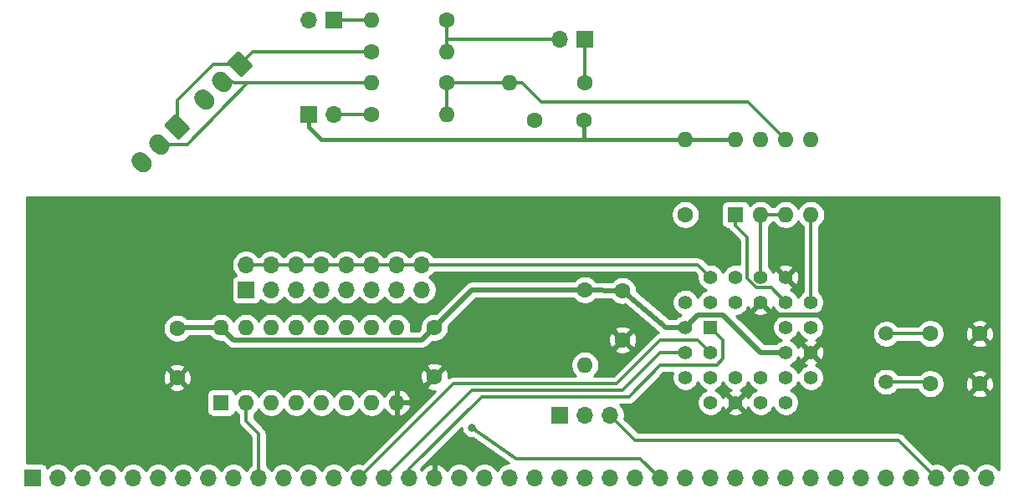
<source format=gbr>
G04 #@! TF.GenerationSoftware,KiCad,Pcbnew,(5.1.10)-1*
G04 #@! TF.CreationDate,2021-10-20T19:59:30+02:00*
G04 #@! TF.ProjectId,Arcnet,4172636e-6574-42e6-9b69-6361645f7063,rev?*
G04 #@! TF.SameCoordinates,Original*
G04 #@! TF.FileFunction,Copper,L1,Top*
G04 #@! TF.FilePolarity,Positive*
%FSLAX46Y46*%
G04 Gerber Fmt 4.6, Leading zero omitted, Abs format (unit mm)*
G04 Created by KiCad (PCBNEW (5.1.10)-1) date 2021-10-20 19:59:30*
%MOMM*%
%LPD*%
G01*
G04 APERTURE LIST*
G04 #@! TA.AperFunction,ComponentPad*
%ADD10C,1.422400*%
G04 #@! TD*
G04 #@! TA.AperFunction,ComponentPad*
%ADD11R,1.422400X1.422400*%
G04 #@! TD*
G04 #@! TA.AperFunction,ComponentPad*
%ADD12O,1.600000X1.600000*%
G04 #@! TD*
G04 #@! TA.AperFunction,ComponentPad*
%ADD13C,1.600000*%
G04 #@! TD*
G04 #@! TA.AperFunction,ComponentPad*
%ADD14C,1.500000*%
G04 #@! TD*
G04 #@! TA.AperFunction,ComponentPad*
%ADD15O,1.700000X1.700000*%
G04 #@! TD*
G04 #@! TA.AperFunction,ComponentPad*
%ADD16R,1.700000X1.700000*%
G04 #@! TD*
G04 #@! TA.AperFunction,ComponentPad*
%ADD17R,1.600000X1.600000*%
G04 #@! TD*
G04 #@! TA.AperFunction,ViaPad*
%ADD18C,0.800000*%
G04 #@! TD*
G04 #@! TA.AperFunction,Conductor*
%ADD19C,0.304800*%
G04 #@! TD*
G04 #@! TA.AperFunction,Conductor*
%ADD20C,0.508000*%
G04 #@! TD*
G04 #@! TA.AperFunction,Conductor*
%ADD21C,0.406400*%
G04 #@! TD*
G04 #@! TA.AperFunction,Conductor*
%ADD22C,0.254000*%
G04 #@! TD*
G04 #@! TA.AperFunction,Conductor*
%ADD23C,0.100000*%
G04 #@! TD*
G04 APERTURE END LIST*
D10*
X183515000Y-99695000D03*
X186055000Y-99695000D03*
X188595000Y-99695000D03*
X180975000Y-102235000D03*
X186055000Y-102235000D03*
X188595000Y-102235000D03*
X191135000Y-102235000D03*
X193675000Y-102235000D03*
X193675000Y-104775000D03*
X193675000Y-107315000D03*
X193675000Y-109855000D03*
X191135000Y-99695000D03*
X191135000Y-104775000D03*
X191135000Y-107315000D03*
X191135000Y-109855000D03*
X191135000Y-112395000D03*
X188595000Y-112395000D03*
X186055000Y-112395000D03*
X183515000Y-112395000D03*
X188595000Y-109855000D03*
X186055000Y-109855000D03*
X183515000Y-109855000D03*
X180975000Y-104775000D03*
X180975000Y-109855000D03*
X180975000Y-107315000D03*
X183515000Y-102235000D03*
X183515000Y-107315000D03*
D11*
X183515000Y-104775000D03*
D12*
X170815000Y-108585000D03*
D13*
X170815000Y-100965000D03*
X155575000Y-104775000D03*
X155575000Y-109775000D03*
D14*
X201295000Y-110290000D03*
X201295000Y-105410000D03*
D15*
X173355000Y-113665000D03*
X170815000Y-113665000D03*
D16*
X168275000Y-113665000D03*
D12*
X180975000Y-85725000D03*
D13*
X180975000Y-93345000D03*
X170735000Y-83820000D03*
X165735000Y-83820000D03*
D12*
X186055000Y-85725000D03*
X193675000Y-93345000D03*
X188595000Y-85725000D03*
X191135000Y-93345000D03*
X191135000Y-85725000D03*
X188595000Y-93345000D03*
X193675000Y-85725000D03*
D17*
X186055000Y-93345000D03*
D12*
X149225000Y-73660000D03*
D13*
X156845000Y-73660000D03*
D12*
X156845000Y-83185000D03*
D13*
X149225000Y-83185000D03*
D15*
X142875000Y-73660000D03*
D16*
X145415000Y-73660000D03*
D15*
X145415000Y-83185000D03*
D16*
X142875000Y-83185000D03*
G04 #@! TA.AperFunction,ComponentPad*
G36*
G01*
X132753982Y-80922820D02*
X133072180Y-81241018D01*
G75*
G02*
X133072180Y-82471384I-615183J-615183D01*
G01*
X133072180Y-82471384D01*
G75*
G02*
X131841814Y-82471384I-615183J615183D01*
G01*
X131523616Y-82153186D01*
G75*
G02*
X131523616Y-80922820I615183J615183D01*
G01*
X131523616Y-80922820D01*
G75*
G02*
X132753982Y-80922820I615183J-615183D01*
G01*
G37*
G04 #@! TD.AperFunction*
G04 #@! TA.AperFunction,ComponentPad*
G36*
G01*
X134550033Y-79126769D02*
X134868231Y-79444967D01*
G75*
G02*
X134868231Y-80675333I-615183J-615183D01*
G01*
X134868231Y-80675333D01*
G75*
G02*
X133637865Y-80675333I-615183J615183D01*
G01*
X133319667Y-80357135D01*
G75*
G02*
X133319667Y-79126769I615183J615183D01*
G01*
X133319667Y-79126769D01*
G75*
G02*
X134550033Y-79126769I615183J-615183D01*
G01*
G37*
G04 #@! TD.AperFunction*
G04 #@! TA.AperFunction,ComponentPad*
G36*
G01*
X135907677Y-76892311D02*
X137102689Y-78087323D01*
G75*
G02*
X137102689Y-78440875I-176776J-176776D01*
G01*
X136225875Y-79317689D01*
G75*
G02*
X135872323Y-79317689I-176776J176776D01*
G01*
X134677311Y-78122677D01*
G75*
G02*
X134677311Y-77769125I176776J176776D01*
G01*
X135554125Y-76892311D01*
G75*
G02*
X135907677Y-76892311I176776J-176776D01*
G01*
G37*
G04 #@! TD.AperFunction*
G04 #@! TA.AperFunction,ComponentPad*
G36*
G01*
X126403982Y-87272820D02*
X126722180Y-87591018D01*
G75*
G02*
X126722180Y-88821384I-615183J-615183D01*
G01*
X126722180Y-88821384D01*
G75*
G02*
X125491814Y-88821384I-615183J615183D01*
G01*
X125173616Y-88503186D01*
G75*
G02*
X125173616Y-87272820I615183J615183D01*
G01*
X125173616Y-87272820D01*
G75*
G02*
X126403982Y-87272820I615183J-615183D01*
G01*
G37*
G04 #@! TD.AperFunction*
G04 #@! TA.AperFunction,ComponentPad*
G36*
G01*
X128200033Y-85476769D02*
X128518231Y-85794967D01*
G75*
G02*
X128518231Y-87025333I-615183J-615183D01*
G01*
X128518231Y-87025333D01*
G75*
G02*
X127287865Y-87025333I-615183J615183D01*
G01*
X126969667Y-86707135D01*
G75*
G02*
X126969667Y-85476769I615183J615183D01*
G01*
X126969667Y-85476769D01*
G75*
G02*
X128200033Y-85476769I615183J-615183D01*
G01*
G37*
G04 #@! TD.AperFunction*
G04 #@! TA.AperFunction,ComponentPad*
G36*
G01*
X129557677Y-83242311D02*
X130752689Y-84437323D01*
G75*
G02*
X130752689Y-84790875I-176776J-176776D01*
G01*
X129875875Y-85667689D01*
G75*
G02*
X129522323Y-85667689I-176776J176776D01*
G01*
X128327311Y-84472677D01*
G75*
G02*
X128327311Y-84119125I176776J176776D01*
G01*
X129204125Y-83242311D01*
G75*
G02*
X129557677Y-83242311I176776J-176776D01*
G01*
G37*
G04 #@! TD.AperFunction*
D12*
X156845000Y-76835000D03*
D13*
X149225000Y-76835000D03*
D12*
X149225000Y-80010000D03*
D13*
X156845000Y-80010000D03*
D12*
X163195000Y-80010000D03*
D13*
X170815000Y-80010000D03*
D15*
X168275000Y-75565000D03*
D16*
X170815000Y-75565000D03*
D13*
X174625000Y-101045000D03*
X174625000Y-106045000D03*
X129540000Y-104855000D03*
X129540000Y-109855000D03*
D12*
X133985000Y-104775000D03*
X151765000Y-112395000D03*
X136525000Y-104775000D03*
X149225000Y-112395000D03*
X139065000Y-104775000D03*
X146685000Y-112395000D03*
X141605000Y-104775000D03*
X144145000Y-112395000D03*
X144145000Y-104775000D03*
X141605000Y-112395000D03*
X146685000Y-104775000D03*
X139065000Y-112395000D03*
X149225000Y-104775000D03*
X136525000Y-112395000D03*
X151765000Y-104775000D03*
D17*
X133985000Y-112395000D03*
D15*
X154305000Y-98425000D03*
X154305000Y-100965000D03*
X151765000Y-98425000D03*
X151765000Y-100965000D03*
X149225000Y-98425000D03*
X149225000Y-100965000D03*
X146685000Y-98425000D03*
X146685000Y-100965000D03*
X144145000Y-98425000D03*
X144145000Y-100965000D03*
X141605000Y-98425000D03*
X141605000Y-100965000D03*
X139065000Y-98425000D03*
X139065000Y-100965000D03*
X136525000Y-98425000D03*
D16*
X136525000Y-100965000D03*
D13*
X210740000Y-110490000D03*
X205740000Y-110490000D03*
X210740000Y-105410000D03*
X205740000Y-105410000D03*
D15*
X211455000Y-120015000D03*
X208915000Y-120015000D03*
X206375000Y-120015000D03*
X203835000Y-120015000D03*
X201295000Y-120015000D03*
X198755000Y-120015000D03*
X196215000Y-120015000D03*
X193675000Y-120015000D03*
X191135000Y-120015000D03*
X188595000Y-120015000D03*
X186055000Y-120015000D03*
X183515000Y-120015000D03*
X180975000Y-120015000D03*
X178435000Y-120015000D03*
X175895000Y-120015000D03*
X173355000Y-120015000D03*
X170815000Y-120015000D03*
X168275000Y-120015000D03*
X165735000Y-120015000D03*
X163195000Y-120015000D03*
X160655000Y-120015000D03*
X158115000Y-120015000D03*
X155575000Y-120015000D03*
X153035000Y-120015000D03*
X150495000Y-120015000D03*
X147955000Y-120015000D03*
X145415000Y-120015000D03*
X142875000Y-120015000D03*
X140335000Y-120015000D03*
X137795000Y-120015000D03*
X135255000Y-120015000D03*
X132715000Y-120015000D03*
X130175000Y-120015000D03*
X127635000Y-120015000D03*
X125095000Y-120015000D03*
X122555000Y-120015000D03*
X120015000Y-120015000D03*
X117475000Y-120015000D03*
D16*
X114935000Y-120015000D03*
D18*
X159389200Y-114935000D03*
D19*
X175895000Y-116205000D02*
X173355000Y-113665000D01*
X202565000Y-116205000D02*
X175895000Y-116205000D01*
X206375000Y-120015000D02*
X202565000Y-116205000D01*
D20*
X195580000Y-104140000D02*
X195580000Y-105410000D01*
X195580000Y-105410000D02*
X193675000Y-107315000D01*
X194945000Y-103505000D02*
X195580000Y-104140000D01*
X189865000Y-103505000D02*
X194945000Y-103505000D01*
X188595000Y-102235000D02*
X189865000Y-103505000D01*
X186055000Y-112395000D02*
X187960000Y-114300000D01*
X187960000Y-114300000D02*
X193675000Y-114300000D01*
X193675000Y-114300000D02*
X195580000Y-112395000D01*
X195580000Y-112395000D02*
X195580000Y-109220000D01*
X195580000Y-109220000D02*
X193675000Y-107315000D01*
D19*
X201295000Y-105410000D02*
X205740000Y-105410000D01*
X201295000Y-110290000D02*
X205540000Y-110290000D01*
X205540000Y-110290000D02*
X205740000Y-110490000D01*
X176405500Y-118110000D02*
X178435000Y-120015000D01*
X163830000Y-118110000D02*
X176405500Y-118110000D01*
X159389200Y-114935000D02*
X163830000Y-118110000D01*
D20*
X129540000Y-104855000D02*
X129620000Y-104775000D01*
X129620000Y-104775000D02*
X133985000Y-104775000D01*
X180975000Y-104775000D02*
X182245000Y-103505000D01*
X182245000Y-103505000D02*
X184785000Y-103505000D01*
X184785000Y-103505000D02*
X188595000Y-107315000D01*
X188595000Y-107315000D02*
X191135000Y-107315000D01*
X159385000Y-100965000D02*
X170815000Y-100965000D01*
X155575000Y-104775000D02*
X159385000Y-100965000D01*
X170815000Y-100965000D02*
X174625000Y-101045000D01*
X178990000Y-104775000D02*
X180975000Y-104775000D01*
X174625000Y-101045000D02*
X178990000Y-104775000D01*
X154289426Y-106029426D02*
X155575000Y-104775000D01*
X135255000Y-106045000D02*
X154289426Y-106029426D01*
X133985000Y-104775000D02*
X135255000Y-106045000D01*
D19*
X184785000Y-106045000D02*
X183515000Y-104775000D01*
X184150000Y-108585000D02*
X184785000Y-107950000D01*
X184785000Y-107950000D02*
X184785000Y-106045000D01*
X178435000Y-108585000D02*
X184150000Y-108585000D01*
X160355400Y-111801400D02*
X175301400Y-111801400D01*
X175301400Y-111801400D02*
X178435000Y-108585000D01*
X153035000Y-119121800D02*
X160355400Y-111801400D01*
X153035000Y-120015000D02*
X153035000Y-119121800D01*
X178435000Y-107315000D02*
X180975000Y-107315000D01*
X174625000Y-111125000D02*
X178435000Y-107315000D01*
X159385000Y-111125000D02*
X174625000Y-111125000D01*
X150495000Y-120015000D02*
X159385000Y-111125000D01*
X157480000Y-110490000D02*
X147955000Y-120015000D01*
X173990000Y-110490000D02*
X157480000Y-110490000D01*
X178435000Y-106045000D02*
X173990000Y-110490000D01*
X182245000Y-106045000D02*
X178435000Y-106045000D01*
X183515000Y-107315000D02*
X182245000Y-106045000D01*
X136525000Y-114300000D02*
X136525000Y-112395000D01*
X137795000Y-115570000D02*
X136525000Y-114300000D01*
X137795000Y-120015000D02*
X137795000Y-115570000D01*
X151765000Y-98425000D02*
X154305000Y-98425000D01*
X149225000Y-98425000D02*
X151765000Y-98425000D01*
X146685000Y-98425000D02*
X149225000Y-98425000D01*
X144145000Y-98425000D02*
X146685000Y-98425000D01*
X141605000Y-98425000D02*
X144145000Y-98425000D01*
X139065000Y-98425000D02*
X141605000Y-98425000D01*
X136525000Y-98425000D02*
X139065000Y-98425000D01*
X155507700Y-98425000D02*
X154305000Y-98425000D01*
X182245000Y-98425000D02*
X155507700Y-98425000D01*
X183515000Y-99695000D02*
X182245000Y-98425000D01*
X188595000Y-99695000D02*
X188595000Y-93345000D01*
X188595000Y-93345000D02*
X191135000Y-93345000D01*
X186055000Y-93345000D02*
X186055000Y-94497700D01*
X191135000Y-102235000D02*
X189659000Y-100759000D01*
X189659000Y-100759000D02*
X188128200Y-100759000D01*
X188128200Y-100759000D02*
X187207700Y-99838500D01*
X187207700Y-99838500D02*
X187207700Y-95650400D01*
X187207700Y-95650400D02*
X186055000Y-94497700D01*
X193675000Y-93345000D02*
X193675000Y-102235000D01*
X156845000Y-75565000D02*
X156845000Y-73660000D01*
X156845000Y-76835000D02*
X156845000Y-75565000D01*
X168275000Y-75565000D02*
X156845000Y-75565000D01*
X191135000Y-85725000D02*
X187325000Y-81915000D01*
X187325000Y-81915000D02*
X166370000Y-81915000D01*
X166370000Y-81915000D02*
X164465000Y-80010000D01*
X164465000Y-80010000D02*
X163195000Y-80010000D01*
X156845000Y-83185000D02*
X156845000Y-80010000D01*
X156845000Y-80010000D02*
X163195000Y-80010000D01*
X170815000Y-80010000D02*
X170815000Y-75565000D01*
X134093900Y-79901100D02*
X134094000Y-79901100D01*
X127743900Y-86251100D02*
X127744000Y-86251100D01*
X136652000Y-80010000D02*
X130556000Y-86233000D01*
X130556000Y-86233000D02*
X127744000Y-86251100D01*
X136652000Y-80010000D02*
X136525000Y-80010000D01*
X136525000Y-80010000D02*
X134094000Y-79901100D01*
X149225000Y-80010000D02*
X136652000Y-80010000D01*
X129540000Y-84455000D02*
X129540000Y-81788000D01*
X129540000Y-81788000D02*
X133223000Y-78105000D01*
X133223000Y-78105000D02*
X135890000Y-78105000D01*
X149225000Y-76835000D02*
X137160000Y-76835000D01*
X137160000Y-76835000D02*
X135890000Y-78105000D01*
X145415000Y-83185000D02*
X149225000Y-83185000D01*
X145415000Y-73660000D02*
X149225000Y-73660000D01*
D21*
X179136000Y-85725000D02*
X180340000Y-85725000D01*
X170815000Y-85725000D02*
X179136000Y-85725000D01*
X180975000Y-85725000D02*
X180340000Y-85725000D01*
X186055000Y-85725000D02*
X180975000Y-85725000D01*
X142875000Y-83185000D02*
X142875000Y-84455000D01*
X142875000Y-84455000D02*
X144145000Y-85725000D01*
X144145000Y-85725000D02*
X170815000Y-85725000D01*
X170735000Y-83820000D02*
X170735000Y-85645000D01*
X170735000Y-85645000D02*
X170815000Y-85725000D01*
X180340000Y-85725000D02*
X179136000Y-85725000D01*
D22*
X158354200Y-115036939D02*
X158393974Y-115236898D01*
X158471995Y-115425256D01*
X158585263Y-115594774D01*
X158729426Y-115738937D01*
X158898944Y-115852205D01*
X159087302Y-115930226D01*
X159287261Y-115970000D01*
X159482986Y-115970000D01*
X163063597Y-118530000D01*
X163048740Y-118530000D01*
X162761842Y-118587068D01*
X162491589Y-118699010D01*
X162248368Y-118861525D01*
X162041525Y-119068368D01*
X161925000Y-119242760D01*
X161808475Y-119068368D01*
X161601632Y-118861525D01*
X161358411Y-118699010D01*
X161088158Y-118587068D01*
X160801260Y-118530000D01*
X160508740Y-118530000D01*
X160221842Y-118587068D01*
X159951589Y-118699010D01*
X159708368Y-118861525D01*
X159501525Y-119068368D01*
X159385000Y-119242760D01*
X159268475Y-119068368D01*
X159061632Y-118861525D01*
X158818411Y-118699010D01*
X158548158Y-118587068D01*
X158261260Y-118530000D01*
X157968740Y-118530000D01*
X157681842Y-118587068D01*
X157411589Y-118699010D01*
X157168368Y-118861525D01*
X156961525Y-119068368D01*
X156839805Y-119250534D01*
X156770178Y-119133645D01*
X156575269Y-118917412D01*
X156341920Y-118743359D01*
X156079099Y-118618175D01*
X155931890Y-118573524D01*
X155702000Y-118694845D01*
X155702000Y-119888000D01*
X155722000Y-119888000D01*
X155722000Y-120142000D01*
X155702000Y-120142000D01*
X155702000Y-120162000D01*
X155448000Y-120162000D01*
X155448000Y-120142000D01*
X155428000Y-120142000D01*
X155428000Y-119888000D01*
X155448000Y-119888000D01*
X155448000Y-118694845D01*
X155218110Y-118573524D01*
X155070901Y-118618175D01*
X154808080Y-118743359D01*
X154574731Y-118917412D01*
X154379822Y-119133645D01*
X154310195Y-119250534D01*
X154193885Y-119076465D01*
X158354200Y-114916151D01*
X158354200Y-115036939D01*
G04 #@! TA.AperFunction,Conductor*
D23*
G36*
X158354200Y-115036939D02*
G01*
X158393974Y-115236898D01*
X158471995Y-115425256D01*
X158585263Y-115594774D01*
X158729426Y-115738937D01*
X158898944Y-115852205D01*
X159087302Y-115930226D01*
X159287261Y-115970000D01*
X159482986Y-115970000D01*
X163063597Y-118530000D01*
X163048740Y-118530000D01*
X162761842Y-118587068D01*
X162491589Y-118699010D01*
X162248368Y-118861525D01*
X162041525Y-119068368D01*
X161925000Y-119242760D01*
X161808475Y-119068368D01*
X161601632Y-118861525D01*
X161358411Y-118699010D01*
X161088158Y-118587068D01*
X160801260Y-118530000D01*
X160508740Y-118530000D01*
X160221842Y-118587068D01*
X159951589Y-118699010D01*
X159708368Y-118861525D01*
X159501525Y-119068368D01*
X159385000Y-119242760D01*
X159268475Y-119068368D01*
X159061632Y-118861525D01*
X158818411Y-118699010D01*
X158548158Y-118587068D01*
X158261260Y-118530000D01*
X157968740Y-118530000D01*
X157681842Y-118587068D01*
X157411589Y-118699010D01*
X157168368Y-118861525D01*
X156961525Y-119068368D01*
X156839805Y-119250534D01*
X156770178Y-119133645D01*
X156575269Y-118917412D01*
X156341920Y-118743359D01*
X156079099Y-118618175D01*
X155931890Y-118573524D01*
X155702000Y-118694845D01*
X155702000Y-119888000D01*
X155722000Y-119888000D01*
X155722000Y-120142000D01*
X155702000Y-120142000D01*
X155702000Y-120162000D01*
X155448000Y-120162000D01*
X155448000Y-120142000D01*
X155428000Y-120142000D01*
X155428000Y-119888000D01*
X155448000Y-119888000D01*
X155448000Y-118694845D01*
X155218110Y-118573524D01*
X155070901Y-118618175D01*
X154808080Y-118743359D01*
X154574731Y-118917412D01*
X154379822Y-119133645D01*
X154310195Y-119250534D01*
X154193885Y-119076465D01*
X158354200Y-114916151D01*
X158354200Y-115036939D01*
G37*
G04 #@! TD.AperFunction*
D22*
X212700000Y-119205345D02*
X212608475Y-119068368D01*
X212401632Y-118861525D01*
X212158411Y-118699010D01*
X211888158Y-118587068D01*
X211601260Y-118530000D01*
X211308740Y-118530000D01*
X211021842Y-118587068D01*
X210751589Y-118699010D01*
X210508368Y-118861525D01*
X210301525Y-119068368D01*
X210185000Y-119242760D01*
X210068475Y-119068368D01*
X209861632Y-118861525D01*
X209618411Y-118699010D01*
X209348158Y-118587068D01*
X209061260Y-118530000D01*
X208768740Y-118530000D01*
X208481842Y-118587068D01*
X208211589Y-118699010D01*
X207968368Y-118861525D01*
X207761525Y-119068368D01*
X207645000Y-119242760D01*
X207528475Y-119068368D01*
X207321632Y-118861525D01*
X207078411Y-118699010D01*
X206808158Y-118587068D01*
X206521260Y-118530000D01*
X206228740Y-118530000D01*
X206040913Y-118567361D01*
X203149128Y-115675578D01*
X203124469Y-115645531D01*
X203004572Y-115547134D01*
X202867783Y-115474018D01*
X202719357Y-115428994D01*
X202603673Y-115417600D01*
X202603663Y-115417600D01*
X202565000Y-115413792D01*
X202526337Y-115417600D01*
X176221152Y-115417600D01*
X174802638Y-113999088D01*
X174840000Y-113811260D01*
X174840000Y-113518740D01*
X174782932Y-113231842D01*
X174670990Y-112961589D01*
X174508475Y-112718368D01*
X174378907Y-112588800D01*
X175267880Y-112588800D01*
X175311715Y-112592541D01*
X175383634Y-112584510D01*
X175455757Y-112577406D01*
X175460717Y-112575901D01*
X175465861Y-112575327D01*
X175534840Y-112553417D01*
X175604183Y-112532382D01*
X175608753Y-112529939D01*
X175613687Y-112528372D01*
X175677063Y-112493426D01*
X175740972Y-112459266D01*
X175744979Y-112455977D01*
X175749512Y-112453478D01*
X175804855Y-112406839D01*
X175860869Y-112360869D01*
X175888788Y-112326849D01*
X178767182Y-109372400D01*
X179717783Y-109372400D01*
X179680533Y-109462328D01*
X179628800Y-109722411D01*
X179628800Y-109987589D01*
X179680533Y-110247672D01*
X179782013Y-110492665D01*
X179929338Y-110713153D01*
X180116847Y-110900662D01*
X180337335Y-111047987D01*
X180582328Y-111149467D01*
X180842411Y-111201200D01*
X181107589Y-111201200D01*
X181367672Y-111149467D01*
X181612665Y-111047987D01*
X181833153Y-110900662D01*
X182020662Y-110713153D01*
X182167987Y-110492665D01*
X182245000Y-110306740D01*
X182322013Y-110492665D01*
X182469338Y-110713153D01*
X182656847Y-110900662D01*
X182877335Y-111047987D01*
X183063260Y-111125000D01*
X182877335Y-111202013D01*
X182656847Y-111349338D01*
X182469338Y-111536847D01*
X182322013Y-111757335D01*
X182220533Y-112002328D01*
X182168800Y-112262411D01*
X182168800Y-112527589D01*
X182220533Y-112787672D01*
X182322013Y-113032665D01*
X182469338Y-113253153D01*
X182656847Y-113440662D01*
X182877335Y-113587987D01*
X183122328Y-113689467D01*
X183382411Y-113741200D01*
X183647589Y-113741200D01*
X183907672Y-113689467D01*
X184152665Y-113587987D01*
X184373153Y-113440662D01*
X184489542Y-113324273D01*
X185305332Y-113324273D01*
X185366152Y-113559183D01*
X185606509Y-113671202D01*
X185864102Y-113734176D01*
X186129030Y-113745687D01*
X186391113Y-113705291D01*
X186640280Y-113614542D01*
X186743848Y-113559183D01*
X186804668Y-113324273D01*
X186055000Y-112574605D01*
X185305332Y-113324273D01*
X184489542Y-113324273D01*
X184560662Y-113253153D01*
X184707987Y-113032665D01*
X184785969Y-112844400D01*
X184835458Y-112980280D01*
X184890817Y-113083848D01*
X185125727Y-113144668D01*
X185875395Y-112395000D01*
X185125727Y-111645332D01*
X184890817Y-111706152D01*
X184782794Y-111937934D01*
X184707987Y-111757335D01*
X184560662Y-111536847D01*
X184373153Y-111349338D01*
X184152665Y-111202013D01*
X183966740Y-111125000D01*
X184152665Y-111047987D01*
X184373153Y-110900662D01*
X184560662Y-110713153D01*
X184707987Y-110492665D01*
X184785000Y-110306740D01*
X184862013Y-110492665D01*
X185009338Y-110713153D01*
X185196847Y-110900662D01*
X185417335Y-111047987D01*
X185605600Y-111125969D01*
X185469720Y-111175458D01*
X185366152Y-111230817D01*
X185305332Y-111465727D01*
X186055000Y-112215395D01*
X186804668Y-111465727D01*
X186743848Y-111230817D01*
X186512066Y-111122794D01*
X186692665Y-111047987D01*
X186913153Y-110900662D01*
X187100662Y-110713153D01*
X187247987Y-110492665D01*
X187325000Y-110306740D01*
X187402013Y-110492665D01*
X187549338Y-110713153D01*
X187736847Y-110900662D01*
X187957335Y-111047987D01*
X188143260Y-111125000D01*
X187957335Y-111202013D01*
X187736847Y-111349338D01*
X187549338Y-111536847D01*
X187402013Y-111757335D01*
X187324031Y-111945600D01*
X187274542Y-111809720D01*
X187219183Y-111706152D01*
X186984273Y-111645332D01*
X186234605Y-112395000D01*
X186984273Y-113144668D01*
X187219183Y-113083848D01*
X187327206Y-112852066D01*
X187402013Y-113032665D01*
X187549338Y-113253153D01*
X187736847Y-113440662D01*
X187957335Y-113587987D01*
X188202328Y-113689467D01*
X188462411Y-113741200D01*
X188727589Y-113741200D01*
X188987672Y-113689467D01*
X189232665Y-113587987D01*
X189453153Y-113440662D01*
X189640662Y-113253153D01*
X189787987Y-113032665D01*
X189865000Y-112846740D01*
X189942013Y-113032665D01*
X190089338Y-113253153D01*
X190276847Y-113440662D01*
X190497335Y-113587987D01*
X190742328Y-113689467D01*
X191002411Y-113741200D01*
X191267589Y-113741200D01*
X191527672Y-113689467D01*
X191772665Y-113587987D01*
X191993153Y-113440662D01*
X192180662Y-113253153D01*
X192327987Y-113032665D01*
X192429467Y-112787672D01*
X192481200Y-112527589D01*
X192481200Y-112262411D01*
X192429467Y-112002328D01*
X192327987Y-111757335D01*
X192180662Y-111536847D01*
X191993153Y-111349338D01*
X191772665Y-111202013D01*
X191586740Y-111125000D01*
X191772665Y-111047987D01*
X191993153Y-110900662D01*
X192180662Y-110713153D01*
X192327987Y-110492665D01*
X192405000Y-110306740D01*
X192482013Y-110492665D01*
X192629338Y-110713153D01*
X192816847Y-110900662D01*
X193037335Y-111047987D01*
X193282328Y-111149467D01*
X193542411Y-111201200D01*
X193807589Y-111201200D01*
X194067672Y-111149467D01*
X194312665Y-111047987D01*
X194533153Y-110900662D01*
X194720662Y-110713153D01*
X194867987Y-110492665D01*
X194969467Y-110247672D01*
X194988181Y-110153589D01*
X199910000Y-110153589D01*
X199910000Y-110426411D01*
X199963225Y-110693989D01*
X200067629Y-110946043D01*
X200219201Y-111172886D01*
X200412114Y-111365799D01*
X200638957Y-111517371D01*
X200891011Y-111621775D01*
X201158589Y-111675000D01*
X201431411Y-111675000D01*
X201698989Y-111621775D01*
X201951043Y-111517371D01*
X202177886Y-111365799D01*
X202370799Y-111172886D01*
X202434601Y-111077400D01*
X204430077Y-111077400D01*
X204468320Y-111169727D01*
X204625363Y-111404759D01*
X204825241Y-111604637D01*
X205060273Y-111761680D01*
X205321426Y-111869853D01*
X205598665Y-111925000D01*
X205881335Y-111925000D01*
X206158574Y-111869853D01*
X206419727Y-111761680D01*
X206654759Y-111604637D01*
X206776694Y-111482702D01*
X209926903Y-111482702D01*
X209998486Y-111726671D01*
X210253996Y-111847571D01*
X210528184Y-111916300D01*
X210810512Y-111930217D01*
X211090130Y-111888787D01*
X211356292Y-111793603D01*
X211481514Y-111726671D01*
X211553097Y-111482702D01*
X210740000Y-110669605D01*
X209926903Y-111482702D01*
X206776694Y-111482702D01*
X206854637Y-111404759D01*
X207011680Y-111169727D01*
X207119853Y-110908574D01*
X207175000Y-110631335D01*
X207175000Y-110560512D01*
X209299783Y-110560512D01*
X209341213Y-110840130D01*
X209436397Y-111106292D01*
X209503329Y-111231514D01*
X209747298Y-111303097D01*
X210560395Y-110490000D01*
X210919605Y-110490000D01*
X211732702Y-111303097D01*
X211976671Y-111231514D01*
X212097571Y-110976004D01*
X212166300Y-110701816D01*
X212180217Y-110419488D01*
X212138787Y-110139870D01*
X212043603Y-109873708D01*
X211976671Y-109748486D01*
X211732702Y-109676903D01*
X210919605Y-110490000D01*
X210560395Y-110490000D01*
X209747298Y-109676903D01*
X209503329Y-109748486D01*
X209382429Y-110003996D01*
X209313700Y-110278184D01*
X209299783Y-110560512D01*
X207175000Y-110560512D01*
X207175000Y-110348665D01*
X207119853Y-110071426D01*
X207011680Y-109810273D01*
X206854637Y-109575241D01*
X206776694Y-109497298D01*
X209926903Y-109497298D01*
X210740000Y-110310395D01*
X211553097Y-109497298D01*
X211481514Y-109253329D01*
X211226004Y-109132429D01*
X210951816Y-109063700D01*
X210669488Y-109049783D01*
X210389870Y-109091213D01*
X210123708Y-109186397D01*
X209998486Y-109253329D01*
X209926903Y-109497298D01*
X206776694Y-109497298D01*
X206654759Y-109375363D01*
X206419727Y-109218320D01*
X206158574Y-109110147D01*
X205881335Y-109055000D01*
X205598665Y-109055000D01*
X205321426Y-109110147D01*
X205060273Y-109218320D01*
X204825241Y-109375363D01*
X204698004Y-109502600D01*
X202434601Y-109502600D01*
X202370799Y-109407114D01*
X202177886Y-109214201D01*
X201951043Y-109062629D01*
X201698989Y-108958225D01*
X201431411Y-108905000D01*
X201158589Y-108905000D01*
X200891011Y-108958225D01*
X200638957Y-109062629D01*
X200412114Y-109214201D01*
X200219201Y-109407114D01*
X200067629Y-109633957D01*
X199963225Y-109886011D01*
X199910000Y-110153589D01*
X194988181Y-110153589D01*
X195021200Y-109987589D01*
X195021200Y-109722411D01*
X194969467Y-109462328D01*
X194867987Y-109217335D01*
X194720662Y-108996847D01*
X194533153Y-108809338D01*
X194312665Y-108662013D01*
X194124400Y-108584031D01*
X194260280Y-108534542D01*
X194363848Y-108479183D01*
X194424668Y-108244273D01*
X193675000Y-107494605D01*
X192925332Y-108244273D01*
X192986152Y-108479183D01*
X193217934Y-108587206D01*
X193037335Y-108662013D01*
X192816847Y-108809338D01*
X192629338Y-108996847D01*
X192482013Y-109217335D01*
X192405000Y-109403260D01*
X192327987Y-109217335D01*
X192180662Y-108996847D01*
X191993153Y-108809338D01*
X191772665Y-108662013D01*
X191586740Y-108585000D01*
X191772665Y-108507987D01*
X191993153Y-108360662D01*
X192180662Y-108173153D01*
X192327987Y-107952665D01*
X192405969Y-107764400D01*
X192455458Y-107900280D01*
X192510817Y-108003848D01*
X192745727Y-108064668D01*
X193495395Y-107315000D01*
X193854605Y-107315000D01*
X194604273Y-108064668D01*
X194839183Y-108003848D01*
X194951202Y-107763491D01*
X195014176Y-107505898D01*
X195025687Y-107240970D01*
X194985291Y-106978887D01*
X194894542Y-106729720D01*
X194839183Y-106626152D01*
X194604273Y-106565332D01*
X193854605Y-107315000D01*
X193495395Y-107315000D01*
X192745727Y-106565332D01*
X192510817Y-106626152D01*
X192402794Y-106857934D01*
X192327987Y-106677335D01*
X192180662Y-106456847D01*
X191993153Y-106269338D01*
X191772665Y-106122013D01*
X191586740Y-106045000D01*
X191772665Y-105967987D01*
X191993153Y-105820662D01*
X192180662Y-105633153D01*
X192327987Y-105412665D01*
X192405000Y-105226740D01*
X192482013Y-105412665D01*
X192629338Y-105633153D01*
X192816847Y-105820662D01*
X193037335Y-105967987D01*
X193225600Y-106045969D01*
X193089720Y-106095458D01*
X192986152Y-106150817D01*
X192925332Y-106385727D01*
X193675000Y-107135395D01*
X194424668Y-106385727D01*
X194363848Y-106150817D01*
X194132066Y-106042794D01*
X194312665Y-105967987D01*
X194533153Y-105820662D01*
X194720662Y-105633153D01*
X194867987Y-105412665D01*
X194925594Y-105273589D01*
X199910000Y-105273589D01*
X199910000Y-105546411D01*
X199963225Y-105813989D01*
X200067629Y-106066043D01*
X200219201Y-106292886D01*
X200412114Y-106485799D01*
X200638957Y-106637371D01*
X200891011Y-106741775D01*
X201158589Y-106795000D01*
X201431411Y-106795000D01*
X201698989Y-106741775D01*
X201951043Y-106637371D01*
X202177886Y-106485799D01*
X202370799Y-106292886D01*
X202434601Y-106197400D01*
X204540265Y-106197400D01*
X204625363Y-106324759D01*
X204825241Y-106524637D01*
X205060273Y-106681680D01*
X205321426Y-106789853D01*
X205598665Y-106845000D01*
X205881335Y-106845000D01*
X206158574Y-106789853D01*
X206419727Y-106681680D01*
X206654759Y-106524637D01*
X206776694Y-106402702D01*
X209926903Y-106402702D01*
X209998486Y-106646671D01*
X210253996Y-106767571D01*
X210528184Y-106836300D01*
X210810512Y-106850217D01*
X211090130Y-106808787D01*
X211356292Y-106713603D01*
X211481514Y-106646671D01*
X211553097Y-106402702D01*
X210740000Y-105589605D01*
X209926903Y-106402702D01*
X206776694Y-106402702D01*
X206854637Y-106324759D01*
X207011680Y-106089727D01*
X207119853Y-105828574D01*
X207175000Y-105551335D01*
X207175000Y-105480512D01*
X209299783Y-105480512D01*
X209341213Y-105760130D01*
X209436397Y-106026292D01*
X209503329Y-106151514D01*
X209747298Y-106223097D01*
X210560395Y-105410000D01*
X210919605Y-105410000D01*
X211732702Y-106223097D01*
X211976671Y-106151514D01*
X212097571Y-105896004D01*
X212166300Y-105621816D01*
X212180217Y-105339488D01*
X212138787Y-105059870D01*
X212043603Y-104793708D01*
X211976671Y-104668486D01*
X211732702Y-104596903D01*
X210919605Y-105410000D01*
X210560395Y-105410000D01*
X209747298Y-104596903D01*
X209503329Y-104668486D01*
X209382429Y-104923996D01*
X209313700Y-105198184D01*
X209299783Y-105480512D01*
X207175000Y-105480512D01*
X207175000Y-105268665D01*
X207119853Y-104991426D01*
X207011680Y-104730273D01*
X206854637Y-104495241D01*
X206776694Y-104417298D01*
X209926903Y-104417298D01*
X210740000Y-105230395D01*
X211553097Y-104417298D01*
X211481514Y-104173329D01*
X211226004Y-104052429D01*
X210951816Y-103983700D01*
X210669488Y-103969783D01*
X210389870Y-104011213D01*
X210123708Y-104106397D01*
X209998486Y-104173329D01*
X209926903Y-104417298D01*
X206776694Y-104417298D01*
X206654759Y-104295363D01*
X206419727Y-104138320D01*
X206158574Y-104030147D01*
X205881335Y-103975000D01*
X205598665Y-103975000D01*
X205321426Y-104030147D01*
X205060273Y-104138320D01*
X204825241Y-104295363D01*
X204625363Y-104495241D01*
X204540265Y-104622600D01*
X202434601Y-104622600D01*
X202370799Y-104527114D01*
X202177886Y-104334201D01*
X201951043Y-104182629D01*
X201698989Y-104078225D01*
X201431411Y-104025000D01*
X201158589Y-104025000D01*
X200891011Y-104078225D01*
X200638957Y-104182629D01*
X200412114Y-104334201D01*
X200219201Y-104527114D01*
X200067629Y-104753957D01*
X199963225Y-105006011D01*
X199910000Y-105273589D01*
X194925594Y-105273589D01*
X194969467Y-105167672D01*
X195021200Y-104907589D01*
X195021200Y-104642411D01*
X194969467Y-104382328D01*
X194867987Y-104137335D01*
X194720662Y-103916847D01*
X194533153Y-103729338D01*
X194312665Y-103582013D01*
X194126740Y-103505000D01*
X194312665Y-103427987D01*
X194533153Y-103280662D01*
X194720662Y-103093153D01*
X194867987Y-102872665D01*
X194969467Y-102627672D01*
X195021200Y-102367589D01*
X195021200Y-102102411D01*
X194969467Y-101842328D01*
X194867987Y-101597335D01*
X194720662Y-101376847D01*
X194533153Y-101189338D01*
X194462400Y-101142062D01*
X194462400Y-94544735D01*
X194589759Y-94459637D01*
X194789637Y-94259759D01*
X194946680Y-94024727D01*
X195054853Y-93763574D01*
X195110000Y-93486335D01*
X195110000Y-93203665D01*
X195054853Y-92926426D01*
X194946680Y-92665273D01*
X194789637Y-92430241D01*
X194589759Y-92230363D01*
X194354727Y-92073320D01*
X194093574Y-91965147D01*
X193816335Y-91910000D01*
X193533665Y-91910000D01*
X193256426Y-91965147D01*
X192995273Y-92073320D01*
X192760241Y-92230363D01*
X192560363Y-92430241D01*
X192405000Y-92662759D01*
X192249637Y-92430241D01*
X192049759Y-92230363D01*
X191814727Y-92073320D01*
X191553574Y-91965147D01*
X191276335Y-91910000D01*
X190993665Y-91910000D01*
X190716426Y-91965147D01*
X190455273Y-92073320D01*
X190220241Y-92230363D01*
X190020363Y-92430241D01*
X189935265Y-92557600D01*
X189794735Y-92557600D01*
X189709637Y-92430241D01*
X189509759Y-92230363D01*
X189274727Y-92073320D01*
X189013574Y-91965147D01*
X188736335Y-91910000D01*
X188453665Y-91910000D01*
X188176426Y-91965147D01*
X187915273Y-92073320D01*
X187680241Y-92230363D01*
X187481643Y-92428961D01*
X187480812Y-92420518D01*
X187444502Y-92300820D01*
X187385537Y-92190506D01*
X187306185Y-92093815D01*
X187209494Y-92014463D01*
X187099180Y-91955498D01*
X186979482Y-91919188D01*
X186855000Y-91906928D01*
X185255000Y-91906928D01*
X185130518Y-91919188D01*
X185010820Y-91955498D01*
X184900506Y-92014463D01*
X184803815Y-92093815D01*
X184724463Y-92190506D01*
X184665498Y-92300820D01*
X184629188Y-92420518D01*
X184616928Y-92545000D01*
X184616928Y-94145000D01*
X184629188Y-94269482D01*
X184665498Y-94389180D01*
X184724463Y-94499494D01*
X184803815Y-94596185D01*
X184900506Y-94675537D01*
X185010820Y-94734502D01*
X185130518Y-94770812D01*
X185255000Y-94783072D01*
X185318737Y-94783072D01*
X185324018Y-94800482D01*
X185387592Y-94919418D01*
X185397135Y-94937272D01*
X185495532Y-95057169D01*
X185525573Y-95081823D01*
X186420301Y-95976552D01*
X186420300Y-98395089D01*
X186187589Y-98348800D01*
X185922411Y-98348800D01*
X185662328Y-98400533D01*
X185417335Y-98502013D01*
X185196847Y-98649338D01*
X185009338Y-98836847D01*
X184862013Y-99057335D01*
X184785000Y-99243260D01*
X184707987Y-99057335D01*
X184560662Y-98836847D01*
X184373153Y-98649338D01*
X184152665Y-98502013D01*
X183907672Y-98400533D01*
X183647589Y-98348800D01*
X183382411Y-98348800D01*
X183298952Y-98365401D01*
X182829127Y-97895577D01*
X182804469Y-97865531D01*
X182684572Y-97767134D01*
X182547783Y-97694018D01*
X182399357Y-97648994D01*
X182283673Y-97637600D01*
X182283663Y-97637600D01*
X182245000Y-97633792D01*
X182206337Y-97637600D01*
X155564870Y-97637600D01*
X155458475Y-97478368D01*
X155251632Y-97271525D01*
X155008411Y-97109010D01*
X154738158Y-96997068D01*
X154451260Y-96940000D01*
X154158740Y-96940000D01*
X153871842Y-96997068D01*
X153601589Y-97109010D01*
X153358368Y-97271525D01*
X153151525Y-97478368D01*
X153045130Y-97637600D01*
X153024870Y-97637600D01*
X152918475Y-97478368D01*
X152711632Y-97271525D01*
X152468411Y-97109010D01*
X152198158Y-96997068D01*
X151911260Y-96940000D01*
X151618740Y-96940000D01*
X151331842Y-96997068D01*
X151061589Y-97109010D01*
X150818368Y-97271525D01*
X150611525Y-97478368D01*
X150505130Y-97637600D01*
X150484870Y-97637600D01*
X150378475Y-97478368D01*
X150171632Y-97271525D01*
X149928411Y-97109010D01*
X149658158Y-96997068D01*
X149371260Y-96940000D01*
X149078740Y-96940000D01*
X148791842Y-96997068D01*
X148521589Y-97109010D01*
X148278368Y-97271525D01*
X148071525Y-97478368D01*
X147965130Y-97637600D01*
X147944870Y-97637600D01*
X147838475Y-97478368D01*
X147631632Y-97271525D01*
X147388411Y-97109010D01*
X147118158Y-96997068D01*
X146831260Y-96940000D01*
X146538740Y-96940000D01*
X146251842Y-96997068D01*
X145981589Y-97109010D01*
X145738368Y-97271525D01*
X145531525Y-97478368D01*
X145425130Y-97637600D01*
X145404870Y-97637600D01*
X145298475Y-97478368D01*
X145091632Y-97271525D01*
X144848411Y-97109010D01*
X144578158Y-96997068D01*
X144291260Y-96940000D01*
X143998740Y-96940000D01*
X143711842Y-96997068D01*
X143441589Y-97109010D01*
X143198368Y-97271525D01*
X142991525Y-97478368D01*
X142885130Y-97637600D01*
X142864870Y-97637600D01*
X142758475Y-97478368D01*
X142551632Y-97271525D01*
X142308411Y-97109010D01*
X142038158Y-96997068D01*
X141751260Y-96940000D01*
X141458740Y-96940000D01*
X141171842Y-96997068D01*
X140901589Y-97109010D01*
X140658368Y-97271525D01*
X140451525Y-97478368D01*
X140345130Y-97637600D01*
X140324870Y-97637600D01*
X140218475Y-97478368D01*
X140011632Y-97271525D01*
X139768411Y-97109010D01*
X139498158Y-96997068D01*
X139211260Y-96940000D01*
X138918740Y-96940000D01*
X138631842Y-96997068D01*
X138361589Y-97109010D01*
X138118368Y-97271525D01*
X137911525Y-97478368D01*
X137805130Y-97637600D01*
X137784870Y-97637600D01*
X137678475Y-97478368D01*
X137471632Y-97271525D01*
X137228411Y-97109010D01*
X136958158Y-96997068D01*
X136671260Y-96940000D01*
X136378740Y-96940000D01*
X136091842Y-96997068D01*
X135821589Y-97109010D01*
X135578368Y-97271525D01*
X135371525Y-97478368D01*
X135209010Y-97721589D01*
X135097068Y-97991842D01*
X135040000Y-98278740D01*
X135040000Y-98571260D01*
X135097068Y-98858158D01*
X135209010Y-99128411D01*
X135371525Y-99371632D01*
X135503380Y-99503487D01*
X135430820Y-99525498D01*
X135320506Y-99584463D01*
X135223815Y-99663815D01*
X135144463Y-99760506D01*
X135085498Y-99870820D01*
X135049188Y-99990518D01*
X135036928Y-100115000D01*
X135036928Y-101815000D01*
X135049188Y-101939482D01*
X135085498Y-102059180D01*
X135144463Y-102169494D01*
X135223815Y-102266185D01*
X135320506Y-102345537D01*
X135430820Y-102404502D01*
X135550518Y-102440812D01*
X135675000Y-102453072D01*
X137375000Y-102453072D01*
X137499482Y-102440812D01*
X137619180Y-102404502D01*
X137729494Y-102345537D01*
X137826185Y-102266185D01*
X137905537Y-102169494D01*
X137964502Y-102059180D01*
X137986513Y-101986620D01*
X138118368Y-102118475D01*
X138361589Y-102280990D01*
X138631842Y-102392932D01*
X138918740Y-102450000D01*
X139211260Y-102450000D01*
X139498158Y-102392932D01*
X139768411Y-102280990D01*
X140011632Y-102118475D01*
X140218475Y-101911632D01*
X140335000Y-101737240D01*
X140451525Y-101911632D01*
X140658368Y-102118475D01*
X140901589Y-102280990D01*
X141171842Y-102392932D01*
X141458740Y-102450000D01*
X141751260Y-102450000D01*
X142038158Y-102392932D01*
X142308411Y-102280990D01*
X142551632Y-102118475D01*
X142758475Y-101911632D01*
X142875000Y-101737240D01*
X142991525Y-101911632D01*
X143198368Y-102118475D01*
X143441589Y-102280990D01*
X143711842Y-102392932D01*
X143998740Y-102450000D01*
X144291260Y-102450000D01*
X144578158Y-102392932D01*
X144848411Y-102280990D01*
X145091632Y-102118475D01*
X145298475Y-101911632D01*
X145415000Y-101737240D01*
X145531525Y-101911632D01*
X145738368Y-102118475D01*
X145981589Y-102280990D01*
X146251842Y-102392932D01*
X146538740Y-102450000D01*
X146831260Y-102450000D01*
X147118158Y-102392932D01*
X147388411Y-102280990D01*
X147631632Y-102118475D01*
X147838475Y-101911632D01*
X147955000Y-101737240D01*
X148071525Y-101911632D01*
X148278368Y-102118475D01*
X148521589Y-102280990D01*
X148791842Y-102392932D01*
X149078740Y-102450000D01*
X149371260Y-102450000D01*
X149658158Y-102392932D01*
X149928411Y-102280990D01*
X150171632Y-102118475D01*
X150378475Y-101911632D01*
X150495000Y-101737240D01*
X150611525Y-101911632D01*
X150818368Y-102118475D01*
X151061589Y-102280990D01*
X151331842Y-102392932D01*
X151618740Y-102450000D01*
X151911260Y-102450000D01*
X152198158Y-102392932D01*
X152468411Y-102280990D01*
X152711632Y-102118475D01*
X152918475Y-101911632D01*
X153035000Y-101737240D01*
X153151525Y-101911632D01*
X153358368Y-102118475D01*
X153601589Y-102280990D01*
X153871842Y-102392932D01*
X154158740Y-102450000D01*
X154451260Y-102450000D01*
X154738158Y-102392932D01*
X155008411Y-102280990D01*
X155251632Y-102118475D01*
X155458475Y-101911632D01*
X155620990Y-101668411D01*
X155732932Y-101398158D01*
X155790000Y-101111260D01*
X155790000Y-100818740D01*
X155732932Y-100531842D01*
X155620990Y-100261589D01*
X155458475Y-100018368D01*
X155251632Y-99811525D01*
X155077240Y-99695000D01*
X155251632Y-99578475D01*
X155458475Y-99371632D01*
X155564870Y-99212400D01*
X181918850Y-99212400D01*
X182185401Y-99478952D01*
X182168800Y-99562411D01*
X182168800Y-99827589D01*
X182220533Y-100087672D01*
X182322013Y-100332665D01*
X182469338Y-100553153D01*
X182656847Y-100740662D01*
X182877335Y-100887987D01*
X183063260Y-100965000D01*
X182877335Y-101042013D01*
X182656847Y-101189338D01*
X182469338Y-101376847D01*
X182322013Y-101597335D01*
X182245000Y-101783260D01*
X182167987Y-101597335D01*
X182020662Y-101376847D01*
X181833153Y-101189338D01*
X181612665Y-101042013D01*
X181367672Y-100940533D01*
X181107589Y-100888800D01*
X180842411Y-100888800D01*
X180582328Y-100940533D01*
X180337335Y-101042013D01*
X180116847Y-101189338D01*
X179929338Y-101376847D01*
X179782013Y-101597335D01*
X179680533Y-101842328D01*
X179628800Y-102102411D01*
X179628800Y-102367589D01*
X179680533Y-102627672D01*
X179782013Y-102872665D01*
X179929338Y-103093153D01*
X180116847Y-103280662D01*
X180337335Y-103427987D01*
X180523260Y-103505000D01*
X180337335Y-103582013D01*
X180116847Y-103729338D01*
X179960185Y-103886000D01*
X179318099Y-103886000D01*
X176060000Y-101101875D01*
X176060000Y-100903665D01*
X176004853Y-100626426D01*
X175896680Y-100365273D01*
X175739637Y-100130241D01*
X175539759Y-99930363D01*
X175304727Y-99773320D01*
X175043574Y-99665147D01*
X174766335Y-99610000D01*
X174483665Y-99610000D01*
X174206426Y-99665147D01*
X173945273Y-99773320D01*
X173710241Y-99930363D01*
X173510363Y-100130241D01*
X173508940Y-100132370D01*
X171962822Y-100099906D01*
X171929637Y-100050241D01*
X171729759Y-99850363D01*
X171494727Y-99693320D01*
X171233574Y-99585147D01*
X170956335Y-99530000D01*
X170673665Y-99530000D01*
X170396426Y-99585147D01*
X170135273Y-99693320D01*
X169900241Y-99850363D01*
X169700363Y-100050241D01*
X169683151Y-100076000D01*
X159428660Y-100076000D01*
X159385000Y-100071700D01*
X159341340Y-100076000D01*
X159341333Y-100076000D01*
X159227325Y-100087229D01*
X159210725Y-100088864D01*
X159170276Y-100101134D01*
X159043149Y-100139697D01*
X158888709Y-100222247D01*
X158753341Y-100333341D01*
X158725506Y-100367258D01*
X155746721Y-103346044D01*
X155716335Y-103340000D01*
X155433665Y-103340000D01*
X155156426Y-103395147D01*
X154895273Y-103503320D01*
X154660241Y-103660363D01*
X154460363Y-103860241D01*
X154303320Y-104095273D01*
X154195147Y-104356426D01*
X154140000Y-104633665D01*
X154140000Y-104916335D01*
X154142798Y-104930403D01*
X153927257Y-105140722D01*
X153155240Y-105141354D01*
X153200000Y-104916335D01*
X153200000Y-104633665D01*
X153144853Y-104356426D01*
X153036680Y-104095273D01*
X152879637Y-103860241D01*
X152679759Y-103660363D01*
X152444727Y-103503320D01*
X152183574Y-103395147D01*
X151906335Y-103340000D01*
X151623665Y-103340000D01*
X151346426Y-103395147D01*
X151085273Y-103503320D01*
X150850241Y-103660363D01*
X150650363Y-103860241D01*
X150495000Y-104092759D01*
X150339637Y-103860241D01*
X150139759Y-103660363D01*
X149904727Y-103503320D01*
X149643574Y-103395147D01*
X149366335Y-103340000D01*
X149083665Y-103340000D01*
X148806426Y-103395147D01*
X148545273Y-103503320D01*
X148310241Y-103660363D01*
X148110363Y-103860241D01*
X147955000Y-104092759D01*
X147799637Y-103860241D01*
X147599759Y-103660363D01*
X147364727Y-103503320D01*
X147103574Y-103395147D01*
X146826335Y-103340000D01*
X146543665Y-103340000D01*
X146266426Y-103395147D01*
X146005273Y-103503320D01*
X145770241Y-103660363D01*
X145570363Y-103860241D01*
X145415000Y-104092759D01*
X145259637Y-103860241D01*
X145059759Y-103660363D01*
X144824727Y-103503320D01*
X144563574Y-103395147D01*
X144286335Y-103340000D01*
X144003665Y-103340000D01*
X143726426Y-103395147D01*
X143465273Y-103503320D01*
X143230241Y-103660363D01*
X143030363Y-103860241D01*
X142875000Y-104092759D01*
X142719637Y-103860241D01*
X142519759Y-103660363D01*
X142284727Y-103503320D01*
X142023574Y-103395147D01*
X141746335Y-103340000D01*
X141463665Y-103340000D01*
X141186426Y-103395147D01*
X140925273Y-103503320D01*
X140690241Y-103660363D01*
X140490363Y-103860241D01*
X140335000Y-104092759D01*
X140179637Y-103860241D01*
X139979759Y-103660363D01*
X139744727Y-103503320D01*
X139483574Y-103395147D01*
X139206335Y-103340000D01*
X138923665Y-103340000D01*
X138646426Y-103395147D01*
X138385273Y-103503320D01*
X138150241Y-103660363D01*
X137950363Y-103860241D01*
X137795000Y-104092759D01*
X137639637Y-103860241D01*
X137439759Y-103660363D01*
X137204727Y-103503320D01*
X136943574Y-103395147D01*
X136666335Y-103340000D01*
X136383665Y-103340000D01*
X136106426Y-103395147D01*
X135845273Y-103503320D01*
X135610241Y-103660363D01*
X135410363Y-103860241D01*
X135255000Y-104092759D01*
X135099637Y-103860241D01*
X134899759Y-103660363D01*
X134664727Y-103503320D01*
X134403574Y-103395147D01*
X134126335Y-103340000D01*
X133843665Y-103340000D01*
X133566426Y-103395147D01*
X133305273Y-103503320D01*
X133070241Y-103660363D01*
X132870363Y-103860241D01*
X132853151Y-103886000D01*
X130600396Y-103886000D01*
X130454759Y-103740363D01*
X130219727Y-103583320D01*
X129958574Y-103475147D01*
X129681335Y-103420000D01*
X129398665Y-103420000D01*
X129121426Y-103475147D01*
X128860273Y-103583320D01*
X128625241Y-103740363D01*
X128425363Y-103940241D01*
X128268320Y-104175273D01*
X128160147Y-104436426D01*
X128105000Y-104713665D01*
X128105000Y-104996335D01*
X128160147Y-105273574D01*
X128268320Y-105534727D01*
X128425363Y-105769759D01*
X128625241Y-105969637D01*
X128860273Y-106126680D01*
X129121426Y-106234853D01*
X129398665Y-106290000D01*
X129681335Y-106290000D01*
X129958574Y-106234853D01*
X130219727Y-106126680D01*
X130454759Y-105969637D01*
X130654637Y-105769759D01*
X130725303Y-105664000D01*
X132853151Y-105664000D01*
X132870363Y-105689759D01*
X133070241Y-105889637D01*
X133305273Y-106046680D01*
X133566426Y-106154853D01*
X133843665Y-106210000D01*
X134126335Y-106210000D01*
X134156720Y-106203956D01*
X134595771Y-106643007D01*
X134623859Y-106677175D01*
X134690679Y-106731921D01*
X134758708Y-106787751D01*
X134759031Y-106787924D01*
X134759317Y-106788158D01*
X134836133Y-106829136D01*
X134913147Y-106870302D01*
X134913502Y-106870410D01*
X134913825Y-106870582D01*
X134996645Y-106895631D01*
X135080724Y-106921136D01*
X135081094Y-106921172D01*
X135081443Y-106921278D01*
X135168093Y-106929741D01*
X135254999Y-106938300D01*
X135299026Y-106933964D01*
X154240653Y-106918465D01*
X154278473Y-106922659D01*
X154327998Y-106918394D01*
X154333819Y-106918389D01*
X154371467Y-106914650D01*
X154452944Y-106907633D01*
X154458580Y-106905999D01*
X154464416Y-106905419D01*
X154542613Y-106881629D01*
X154621132Y-106858858D01*
X154626339Y-106856156D01*
X154631951Y-106854449D01*
X154704033Y-106815845D01*
X154776572Y-106778207D01*
X154781150Y-106774543D01*
X154786324Y-106771772D01*
X154849464Y-106719867D01*
X154879034Y-106696201D01*
X154883208Y-106692128D01*
X154921601Y-106660567D01*
X154945713Y-106631138D01*
X155386851Y-106200688D01*
X155433665Y-106210000D01*
X155716335Y-106210000D01*
X155993574Y-106154853D01*
X156088551Y-106115512D01*
X173184783Y-106115512D01*
X173226213Y-106395130D01*
X173321397Y-106661292D01*
X173388329Y-106786514D01*
X173632298Y-106858097D01*
X174445395Y-106045000D01*
X174804605Y-106045000D01*
X175617702Y-106858097D01*
X175861671Y-106786514D01*
X175982571Y-106531004D01*
X176051300Y-106256816D01*
X176065217Y-105974488D01*
X176023787Y-105694870D01*
X175928603Y-105428708D01*
X175861671Y-105303486D01*
X175617702Y-105231903D01*
X174804605Y-106045000D01*
X174445395Y-106045000D01*
X173632298Y-105231903D01*
X173388329Y-105303486D01*
X173267429Y-105558996D01*
X173198700Y-105833184D01*
X173184783Y-106115512D01*
X156088551Y-106115512D01*
X156254727Y-106046680D01*
X156489759Y-105889637D01*
X156689637Y-105689759D01*
X156846680Y-105454727D01*
X156954853Y-105193574D01*
X156982954Y-105052298D01*
X173811903Y-105052298D01*
X174625000Y-105865395D01*
X175438097Y-105052298D01*
X175366514Y-104808329D01*
X175111004Y-104687429D01*
X174836816Y-104618700D01*
X174554488Y-104604783D01*
X174274870Y-104646213D01*
X174008708Y-104741397D01*
X173883486Y-104808329D01*
X173811903Y-105052298D01*
X156982954Y-105052298D01*
X157010000Y-104916335D01*
X157010000Y-104633665D01*
X157003956Y-104603279D01*
X159753236Y-101854000D01*
X169683151Y-101854000D01*
X169700363Y-101879759D01*
X169900241Y-102079637D01*
X170135273Y-102236680D01*
X170396426Y-102344853D01*
X170673665Y-102400000D01*
X170956335Y-102400000D01*
X171233574Y-102344853D01*
X171494727Y-102236680D01*
X171729759Y-102079637D01*
X171929637Y-101879759D01*
X171931060Y-101877630D01*
X173477178Y-101910094D01*
X173510363Y-101959759D01*
X173710241Y-102159637D01*
X173945273Y-102316680D01*
X174206426Y-102424853D01*
X174483665Y-102480000D01*
X174766335Y-102480000D01*
X174903844Y-102452647D01*
X178220868Y-105287126D01*
X178132217Y-105314018D01*
X177995428Y-105387134D01*
X177971637Y-105406659D01*
X177905569Y-105460879D01*
X177905567Y-105460881D01*
X177875531Y-105485531D01*
X177850881Y-105515567D01*
X173663850Y-109702600D01*
X171725325Y-109702600D01*
X171729759Y-109699637D01*
X171929637Y-109499759D01*
X172086680Y-109264727D01*
X172194853Y-109003574D01*
X172250000Y-108726335D01*
X172250000Y-108443665D01*
X172194853Y-108166426D01*
X172086680Y-107905273D01*
X171929637Y-107670241D01*
X171729759Y-107470363D01*
X171494727Y-107313320D01*
X171233574Y-107205147D01*
X170956335Y-107150000D01*
X170673665Y-107150000D01*
X170396426Y-107205147D01*
X170135273Y-107313320D01*
X169900241Y-107470363D01*
X169700363Y-107670241D01*
X169543320Y-107905273D01*
X169435147Y-108166426D01*
X169380000Y-108443665D01*
X169380000Y-108726335D01*
X169435147Y-109003574D01*
X169543320Y-109264727D01*
X169700363Y-109499759D01*
X169900241Y-109699637D01*
X169904675Y-109702600D01*
X157518662Y-109702600D01*
X157479999Y-109698792D01*
X157441336Y-109702600D01*
X157441327Y-109702600D01*
X157325643Y-109713994D01*
X157177217Y-109759018D01*
X157040428Y-109832134D01*
X157040426Y-109832135D01*
X157040427Y-109832135D01*
X157007597Y-109859078D01*
X157015217Y-109704488D01*
X156973787Y-109424870D01*
X156878603Y-109158708D01*
X156811671Y-109033486D01*
X156567702Y-108961903D01*
X155754605Y-109775000D01*
X155768748Y-109789143D01*
X155589143Y-109968748D01*
X155575000Y-109954605D01*
X154761903Y-110767702D01*
X154833486Y-111011671D01*
X155088996Y-111132571D01*
X155363184Y-111201300D01*
X155641432Y-111215016D01*
X148289088Y-118567362D01*
X148101260Y-118530000D01*
X147808740Y-118530000D01*
X147521842Y-118587068D01*
X147251589Y-118699010D01*
X147008368Y-118861525D01*
X146801525Y-119068368D01*
X146685000Y-119242760D01*
X146568475Y-119068368D01*
X146361632Y-118861525D01*
X146118411Y-118699010D01*
X145848158Y-118587068D01*
X145561260Y-118530000D01*
X145268740Y-118530000D01*
X144981842Y-118587068D01*
X144711589Y-118699010D01*
X144468368Y-118861525D01*
X144261525Y-119068368D01*
X144145000Y-119242760D01*
X144028475Y-119068368D01*
X143821632Y-118861525D01*
X143578411Y-118699010D01*
X143308158Y-118587068D01*
X143021260Y-118530000D01*
X142728740Y-118530000D01*
X142441842Y-118587068D01*
X142171589Y-118699010D01*
X141928368Y-118861525D01*
X141721525Y-119068368D01*
X141605000Y-119242760D01*
X141488475Y-119068368D01*
X141281632Y-118861525D01*
X141038411Y-118699010D01*
X140768158Y-118587068D01*
X140481260Y-118530000D01*
X140188740Y-118530000D01*
X139901842Y-118587068D01*
X139631589Y-118699010D01*
X139388368Y-118861525D01*
X139181525Y-119068368D01*
X139065000Y-119242760D01*
X138948475Y-119068368D01*
X138741632Y-118861525D01*
X138582400Y-118755130D01*
X138582400Y-115608662D01*
X138586208Y-115569999D01*
X138582400Y-115531336D01*
X138582400Y-115531327D01*
X138571006Y-115415643D01*
X138525982Y-115267217D01*
X138452866Y-115130428D01*
X138354469Y-115010531D01*
X138324433Y-114985881D01*
X137312400Y-113973850D01*
X137312400Y-113594735D01*
X137439759Y-113509637D01*
X137639637Y-113309759D01*
X137795000Y-113077241D01*
X137950363Y-113309759D01*
X138150241Y-113509637D01*
X138385273Y-113666680D01*
X138646426Y-113774853D01*
X138923665Y-113830000D01*
X139206335Y-113830000D01*
X139483574Y-113774853D01*
X139744727Y-113666680D01*
X139979759Y-113509637D01*
X140179637Y-113309759D01*
X140335000Y-113077241D01*
X140490363Y-113309759D01*
X140690241Y-113509637D01*
X140925273Y-113666680D01*
X141186426Y-113774853D01*
X141463665Y-113830000D01*
X141746335Y-113830000D01*
X142023574Y-113774853D01*
X142284727Y-113666680D01*
X142519759Y-113509637D01*
X142719637Y-113309759D01*
X142875000Y-113077241D01*
X143030363Y-113309759D01*
X143230241Y-113509637D01*
X143465273Y-113666680D01*
X143726426Y-113774853D01*
X144003665Y-113830000D01*
X144286335Y-113830000D01*
X144563574Y-113774853D01*
X144824727Y-113666680D01*
X145059759Y-113509637D01*
X145259637Y-113309759D01*
X145415000Y-113077241D01*
X145570363Y-113309759D01*
X145770241Y-113509637D01*
X146005273Y-113666680D01*
X146266426Y-113774853D01*
X146543665Y-113830000D01*
X146826335Y-113830000D01*
X147103574Y-113774853D01*
X147364727Y-113666680D01*
X147599759Y-113509637D01*
X147799637Y-113309759D01*
X147955000Y-113077241D01*
X148110363Y-113309759D01*
X148310241Y-113509637D01*
X148545273Y-113666680D01*
X148806426Y-113774853D01*
X149083665Y-113830000D01*
X149366335Y-113830000D01*
X149643574Y-113774853D01*
X149904727Y-113666680D01*
X150139759Y-113509637D01*
X150339637Y-113309759D01*
X150496680Y-113074727D01*
X150501067Y-113064135D01*
X150612615Y-113250131D01*
X150801586Y-113458519D01*
X151027580Y-113626037D01*
X151281913Y-113746246D01*
X151415961Y-113786904D01*
X151638000Y-113664915D01*
X151638000Y-112522000D01*
X151892000Y-112522000D01*
X151892000Y-113664915D01*
X152114039Y-113786904D01*
X152248087Y-113746246D01*
X152502420Y-113626037D01*
X152728414Y-113458519D01*
X152917385Y-113250131D01*
X153062070Y-113008881D01*
X153156909Y-112744040D01*
X153035624Y-112522000D01*
X151892000Y-112522000D01*
X151638000Y-112522000D01*
X151618000Y-112522000D01*
X151618000Y-112268000D01*
X151638000Y-112268000D01*
X151638000Y-111125085D01*
X151892000Y-111125085D01*
X151892000Y-112268000D01*
X153035624Y-112268000D01*
X153156909Y-112045960D01*
X153062070Y-111781119D01*
X152917385Y-111539869D01*
X152728414Y-111331481D01*
X152502420Y-111163963D01*
X152248087Y-111043754D01*
X152114039Y-111003096D01*
X151892000Y-111125085D01*
X151638000Y-111125085D01*
X151415961Y-111003096D01*
X151281913Y-111043754D01*
X151027580Y-111163963D01*
X150801586Y-111331481D01*
X150612615Y-111539869D01*
X150501067Y-111725865D01*
X150496680Y-111715273D01*
X150339637Y-111480241D01*
X150139759Y-111280363D01*
X149904727Y-111123320D01*
X149643574Y-111015147D01*
X149366335Y-110960000D01*
X149083665Y-110960000D01*
X148806426Y-111015147D01*
X148545273Y-111123320D01*
X148310241Y-111280363D01*
X148110363Y-111480241D01*
X147955000Y-111712759D01*
X147799637Y-111480241D01*
X147599759Y-111280363D01*
X147364727Y-111123320D01*
X147103574Y-111015147D01*
X146826335Y-110960000D01*
X146543665Y-110960000D01*
X146266426Y-111015147D01*
X146005273Y-111123320D01*
X145770241Y-111280363D01*
X145570363Y-111480241D01*
X145415000Y-111712759D01*
X145259637Y-111480241D01*
X145059759Y-111280363D01*
X144824727Y-111123320D01*
X144563574Y-111015147D01*
X144286335Y-110960000D01*
X144003665Y-110960000D01*
X143726426Y-111015147D01*
X143465273Y-111123320D01*
X143230241Y-111280363D01*
X143030363Y-111480241D01*
X142875000Y-111712759D01*
X142719637Y-111480241D01*
X142519759Y-111280363D01*
X142284727Y-111123320D01*
X142023574Y-111015147D01*
X141746335Y-110960000D01*
X141463665Y-110960000D01*
X141186426Y-111015147D01*
X140925273Y-111123320D01*
X140690241Y-111280363D01*
X140490363Y-111480241D01*
X140335000Y-111712759D01*
X140179637Y-111480241D01*
X139979759Y-111280363D01*
X139744727Y-111123320D01*
X139483574Y-111015147D01*
X139206335Y-110960000D01*
X138923665Y-110960000D01*
X138646426Y-111015147D01*
X138385273Y-111123320D01*
X138150241Y-111280363D01*
X137950363Y-111480241D01*
X137795000Y-111712759D01*
X137639637Y-111480241D01*
X137439759Y-111280363D01*
X137204727Y-111123320D01*
X136943574Y-111015147D01*
X136666335Y-110960000D01*
X136383665Y-110960000D01*
X136106426Y-111015147D01*
X135845273Y-111123320D01*
X135610241Y-111280363D01*
X135411643Y-111478961D01*
X135410812Y-111470518D01*
X135374502Y-111350820D01*
X135315537Y-111240506D01*
X135236185Y-111143815D01*
X135139494Y-111064463D01*
X135029180Y-111005498D01*
X134909482Y-110969188D01*
X134785000Y-110956928D01*
X133185000Y-110956928D01*
X133060518Y-110969188D01*
X132940820Y-111005498D01*
X132830506Y-111064463D01*
X132733815Y-111143815D01*
X132654463Y-111240506D01*
X132595498Y-111350820D01*
X132559188Y-111470518D01*
X132546928Y-111595000D01*
X132546928Y-113195000D01*
X132559188Y-113319482D01*
X132595498Y-113439180D01*
X132654463Y-113549494D01*
X132733815Y-113646185D01*
X132830506Y-113725537D01*
X132940820Y-113784502D01*
X133060518Y-113820812D01*
X133185000Y-113833072D01*
X134785000Y-113833072D01*
X134909482Y-113820812D01*
X135029180Y-113784502D01*
X135139494Y-113725537D01*
X135236185Y-113646185D01*
X135315537Y-113549494D01*
X135374502Y-113439180D01*
X135410812Y-113319482D01*
X135411643Y-113311039D01*
X135610241Y-113509637D01*
X135737600Y-113594736D01*
X135737600Y-114261337D01*
X135733792Y-114300000D01*
X135737600Y-114338663D01*
X135737600Y-114338672D01*
X135748994Y-114454356D01*
X135794018Y-114602782D01*
X135867134Y-114739571D01*
X135965531Y-114859469D01*
X135995577Y-114884127D01*
X137007601Y-115896153D01*
X137007600Y-118755129D01*
X136848368Y-118861525D01*
X136641525Y-119068368D01*
X136525000Y-119242760D01*
X136408475Y-119068368D01*
X136201632Y-118861525D01*
X135958411Y-118699010D01*
X135688158Y-118587068D01*
X135401260Y-118530000D01*
X135108740Y-118530000D01*
X134821842Y-118587068D01*
X134551589Y-118699010D01*
X134308368Y-118861525D01*
X134101525Y-119068368D01*
X133985000Y-119242760D01*
X133868475Y-119068368D01*
X133661632Y-118861525D01*
X133418411Y-118699010D01*
X133148158Y-118587068D01*
X132861260Y-118530000D01*
X132568740Y-118530000D01*
X132281842Y-118587068D01*
X132011589Y-118699010D01*
X131768368Y-118861525D01*
X131561525Y-119068368D01*
X131445000Y-119242760D01*
X131328475Y-119068368D01*
X131121632Y-118861525D01*
X130878411Y-118699010D01*
X130608158Y-118587068D01*
X130321260Y-118530000D01*
X130028740Y-118530000D01*
X129741842Y-118587068D01*
X129471589Y-118699010D01*
X129228368Y-118861525D01*
X129021525Y-119068368D01*
X128905000Y-119242760D01*
X128788475Y-119068368D01*
X128581632Y-118861525D01*
X128338411Y-118699010D01*
X128068158Y-118587068D01*
X127781260Y-118530000D01*
X127488740Y-118530000D01*
X127201842Y-118587068D01*
X126931589Y-118699010D01*
X126688368Y-118861525D01*
X126481525Y-119068368D01*
X126365000Y-119242760D01*
X126248475Y-119068368D01*
X126041632Y-118861525D01*
X125798411Y-118699010D01*
X125528158Y-118587068D01*
X125241260Y-118530000D01*
X124948740Y-118530000D01*
X124661842Y-118587068D01*
X124391589Y-118699010D01*
X124148368Y-118861525D01*
X123941525Y-119068368D01*
X123825000Y-119242760D01*
X123708475Y-119068368D01*
X123501632Y-118861525D01*
X123258411Y-118699010D01*
X122988158Y-118587068D01*
X122701260Y-118530000D01*
X122408740Y-118530000D01*
X122121842Y-118587068D01*
X121851589Y-118699010D01*
X121608368Y-118861525D01*
X121401525Y-119068368D01*
X121285000Y-119242760D01*
X121168475Y-119068368D01*
X120961632Y-118861525D01*
X120718411Y-118699010D01*
X120448158Y-118587068D01*
X120161260Y-118530000D01*
X119868740Y-118530000D01*
X119581842Y-118587068D01*
X119311589Y-118699010D01*
X119068368Y-118861525D01*
X118861525Y-119068368D01*
X118745000Y-119242760D01*
X118628475Y-119068368D01*
X118421632Y-118861525D01*
X118178411Y-118699010D01*
X117908158Y-118587068D01*
X117621260Y-118530000D01*
X117328740Y-118530000D01*
X117041842Y-118587068D01*
X116771589Y-118699010D01*
X116528368Y-118861525D01*
X116396513Y-118993380D01*
X116374502Y-118920820D01*
X116315537Y-118810506D01*
X116236185Y-118713815D01*
X116139494Y-118634463D01*
X116029180Y-118575498D01*
X115909482Y-118539188D01*
X115785000Y-118526928D01*
X114325000Y-118526928D01*
X114325000Y-110847702D01*
X128726903Y-110847702D01*
X128798486Y-111091671D01*
X129053996Y-111212571D01*
X129328184Y-111281300D01*
X129610512Y-111295217D01*
X129890130Y-111253787D01*
X130156292Y-111158603D01*
X130281514Y-111091671D01*
X130353097Y-110847702D01*
X129540000Y-110034605D01*
X128726903Y-110847702D01*
X114325000Y-110847702D01*
X114325000Y-109925512D01*
X128099783Y-109925512D01*
X128141213Y-110205130D01*
X128236397Y-110471292D01*
X128303329Y-110596514D01*
X128547298Y-110668097D01*
X129360395Y-109855000D01*
X129719605Y-109855000D01*
X130532702Y-110668097D01*
X130776671Y-110596514D01*
X130897571Y-110341004D01*
X130966300Y-110066816D01*
X130977208Y-109845512D01*
X154134783Y-109845512D01*
X154176213Y-110125130D01*
X154271397Y-110391292D01*
X154338329Y-110516514D01*
X154582298Y-110588097D01*
X155395395Y-109775000D01*
X154582298Y-108961903D01*
X154338329Y-109033486D01*
X154217429Y-109288996D01*
X154148700Y-109563184D01*
X154134783Y-109845512D01*
X130977208Y-109845512D01*
X130980217Y-109784488D01*
X130938787Y-109504870D01*
X130843603Y-109238708D01*
X130776671Y-109113486D01*
X130532702Y-109041903D01*
X129719605Y-109855000D01*
X129360395Y-109855000D01*
X128547298Y-109041903D01*
X128303329Y-109113486D01*
X128182429Y-109368996D01*
X128113700Y-109643184D01*
X128099783Y-109925512D01*
X114325000Y-109925512D01*
X114325000Y-108862298D01*
X128726903Y-108862298D01*
X129540000Y-109675395D01*
X130353097Y-108862298D01*
X130329625Y-108782298D01*
X154761903Y-108782298D01*
X155575000Y-109595395D01*
X156388097Y-108782298D01*
X156316514Y-108538329D01*
X156061004Y-108417429D01*
X155786816Y-108348700D01*
X155504488Y-108334783D01*
X155224870Y-108376213D01*
X154958708Y-108471397D01*
X154833486Y-108538329D01*
X154761903Y-108782298D01*
X130329625Y-108782298D01*
X130281514Y-108618329D01*
X130026004Y-108497429D01*
X129751816Y-108428700D01*
X129469488Y-108414783D01*
X129189870Y-108456213D01*
X128923708Y-108551397D01*
X128798486Y-108618329D01*
X128726903Y-108862298D01*
X114325000Y-108862298D01*
X114325000Y-107037702D01*
X173811903Y-107037702D01*
X173883486Y-107281671D01*
X174138996Y-107402571D01*
X174413184Y-107471300D01*
X174695512Y-107485217D01*
X174975130Y-107443787D01*
X175241292Y-107348603D01*
X175366514Y-107281671D01*
X175438097Y-107037702D01*
X174625000Y-106224605D01*
X173811903Y-107037702D01*
X114325000Y-107037702D01*
X114325000Y-93203665D01*
X179540000Y-93203665D01*
X179540000Y-93486335D01*
X179595147Y-93763574D01*
X179703320Y-94024727D01*
X179860363Y-94259759D01*
X180060241Y-94459637D01*
X180295273Y-94616680D01*
X180556426Y-94724853D01*
X180833665Y-94780000D01*
X181116335Y-94780000D01*
X181393574Y-94724853D01*
X181654727Y-94616680D01*
X181889759Y-94459637D01*
X182089637Y-94259759D01*
X182246680Y-94024727D01*
X182354853Y-93763574D01*
X182410000Y-93486335D01*
X182410000Y-93203665D01*
X182354853Y-92926426D01*
X182246680Y-92665273D01*
X182089637Y-92430241D01*
X181889759Y-92230363D01*
X181654727Y-92073320D01*
X181393574Y-91965147D01*
X181116335Y-91910000D01*
X180833665Y-91910000D01*
X180556426Y-91965147D01*
X180295273Y-92073320D01*
X180060241Y-92230363D01*
X179860363Y-92430241D01*
X179703320Y-92665273D01*
X179595147Y-92926426D01*
X179540000Y-93203665D01*
X114325000Y-93203665D01*
X114325000Y-91567000D01*
X212700001Y-91567000D01*
X212700000Y-119205345D01*
G04 #@! TA.AperFunction,Conductor*
D23*
G36*
X212700000Y-119205345D02*
G01*
X212608475Y-119068368D01*
X212401632Y-118861525D01*
X212158411Y-118699010D01*
X211888158Y-118587068D01*
X211601260Y-118530000D01*
X211308740Y-118530000D01*
X211021842Y-118587068D01*
X210751589Y-118699010D01*
X210508368Y-118861525D01*
X210301525Y-119068368D01*
X210185000Y-119242760D01*
X210068475Y-119068368D01*
X209861632Y-118861525D01*
X209618411Y-118699010D01*
X209348158Y-118587068D01*
X209061260Y-118530000D01*
X208768740Y-118530000D01*
X208481842Y-118587068D01*
X208211589Y-118699010D01*
X207968368Y-118861525D01*
X207761525Y-119068368D01*
X207645000Y-119242760D01*
X207528475Y-119068368D01*
X207321632Y-118861525D01*
X207078411Y-118699010D01*
X206808158Y-118587068D01*
X206521260Y-118530000D01*
X206228740Y-118530000D01*
X206040913Y-118567361D01*
X203149128Y-115675578D01*
X203124469Y-115645531D01*
X203004572Y-115547134D01*
X202867783Y-115474018D01*
X202719357Y-115428994D01*
X202603673Y-115417600D01*
X202603663Y-115417600D01*
X202565000Y-115413792D01*
X202526337Y-115417600D01*
X176221152Y-115417600D01*
X174802638Y-113999088D01*
X174840000Y-113811260D01*
X174840000Y-113518740D01*
X174782932Y-113231842D01*
X174670990Y-112961589D01*
X174508475Y-112718368D01*
X174378907Y-112588800D01*
X175267880Y-112588800D01*
X175311715Y-112592541D01*
X175383634Y-112584510D01*
X175455757Y-112577406D01*
X175460717Y-112575901D01*
X175465861Y-112575327D01*
X175534840Y-112553417D01*
X175604183Y-112532382D01*
X175608753Y-112529939D01*
X175613687Y-112528372D01*
X175677063Y-112493426D01*
X175740972Y-112459266D01*
X175744979Y-112455977D01*
X175749512Y-112453478D01*
X175804855Y-112406839D01*
X175860869Y-112360869D01*
X175888788Y-112326849D01*
X178767182Y-109372400D01*
X179717783Y-109372400D01*
X179680533Y-109462328D01*
X179628800Y-109722411D01*
X179628800Y-109987589D01*
X179680533Y-110247672D01*
X179782013Y-110492665D01*
X179929338Y-110713153D01*
X180116847Y-110900662D01*
X180337335Y-111047987D01*
X180582328Y-111149467D01*
X180842411Y-111201200D01*
X181107589Y-111201200D01*
X181367672Y-111149467D01*
X181612665Y-111047987D01*
X181833153Y-110900662D01*
X182020662Y-110713153D01*
X182167987Y-110492665D01*
X182245000Y-110306740D01*
X182322013Y-110492665D01*
X182469338Y-110713153D01*
X182656847Y-110900662D01*
X182877335Y-111047987D01*
X183063260Y-111125000D01*
X182877335Y-111202013D01*
X182656847Y-111349338D01*
X182469338Y-111536847D01*
X182322013Y-111757335D01*
X182220533Y-112002328D01*
X182168800Y-112262411D01*
X182168800Y-112527589D01*
X182220533Y-112787672D01*
X182322013Y-113032665D01*
X182469338Y-113253153D01*
X182656847Y-113440662D01*
X182877335Y-113587987D01*
X183122328Y-113689467D01*
X183382411Y-113741200D01*
X183647589Y-113741200D01*
X183907672Y-113689467D01*
X184152665Y-113587987D01*
X184373153Y-113440662D01*
X184489542Y-113324273D01*
X185305332Y-113324273D01*
X185366152Y-113559183D01*
X185606509Y-113671202D01*
X185864102Y-113734176D01*
X186129030Y-113745687D01*
X186391113Y-113705291D01*
X186640280Y-113614542D01*
X186743848Y-113559183D01*
X186804668Y-113324273D01*
X186055000Y-112574605D01*
X185305332Y-113324273D01*
X184489542Y-113324273D01*
X184560662Y-113253153D01*
X184707987Y-113032665D01*
X184785969Y-112844400D01*
X184835458Y-112980280D01*
X184890817Y-113083848D01*
X185125727Y-113144668D01*
X185875395Y-112395000D01*
X185125727Y-111645332D01*
X184890817Y-111706152D01*
X184782794Y-111937934D01*
X184707987Y-111757335D01*
X184560662Y-111536847D01*
X184373153Y-111349338D01*
X184152665Y-111202013D01*
X183966740Y-111125000D01*
X184152665Y-111047987D01*
X184373153Y-110900662D01*
X184560662Y-110713153D01*
X184707987Y-110492665D01*
X184785000Y-110306740D01*
X184862013Y-110492665D01*
X185009338Y-110713153D01*
X185196847Y-110900662D01*
X185417335Y-111047987D01*
X185605600Y-111125969D01*
X185469720Y-111175458D01*
X185366152Y-111230817D01*
X185305332Y-111465727D01*
X186055000Y-112215395D01*
X186804668Y-111465727D01*
X186743848Y-111230817D01*
X186512066Y-111122794D01*
X186692665Y-111047987D01*
X186913153Y-110900662D01*
X187100662Y-110713153D01*
X187247987Y-110492665D01*
X187325000Y-110306740D01*
X187402013Y-110492665D01*
X187549338Y-110713153D01*
X187736847Y-110900662D01*
X187957335Y-111047987D01*
X188143260Y-111125000D01*
X187957335Y-111202013D01*
X187736847Y-111349338D01*
X187549338Y-111536847D01*
X187402013Y-111757335D01*
X187324031Y-111945600D01*
X187274542Y-111809720D01*
X187219183Y-111706152D01*
X186984273Y-111645332D01*
X186234605Y-112395000D01*
X186984273Y-113144668D01*
X187219183Y-113083848D01*
X187327206Y-112852066D01*
X187402013Y-113032665D01*
X187549338Y-113253153D01*
X187736847Y-113440662D01*
X187957335Y-113587987D01*
X188202328Y-113689467D01*
X188462411Y-113741200D01*
X188727589Y-113741200D01*
X188987672Y-113689467D01*
X189232665Y-113587987D01*
X189453153Y-113440662D01*
X189640662Y-113253153D01*
X189787987Y-113032665D01*
X189865000Y-112846740D01*
X189942013Y-113032665D01*
X190089338Y-113253153D01*
X190276847Y-113440662D01*
X190497335Y-113587987D01*
X190742328Y-113689467D01*
X191002411Y-113741200D01*
X191267589Y-113741200D01*
X191527672Y-113689467D01*
X191772665Y-113587987D01*
X191993153Y-113440662D01*
X192180662Y-113253153D01*
X192327987Y-113032665D01*
X192429467Y-112787672D01*
X192481200Y-112527589D01*
X192481200Y-112262411D01*
X192429467Y-112002328D01*
X192327987Y-111757335D01*
X192180662Y-111536847D01*
X191993153Y-111349338D01*
X191772665Y-111202013D01*
X191586740Y-111125000D01*
X191772665Y-111047987D01*
X191993153Y-110900662D01*
X192180662Y-110713153D01*
X192327987Y-110492665D01*
X192405000Y-110306740D01*
X192482013Y-110492665D01*
X192629338Y-110713153D01*
X192816847Y-110900662D01*
X193037335Y-111047987D01*
X193282328Y-111149467D01*
X193542411Y-111201200D01*
X193807589Y-111201200D01*
X194067672Y-111149467D01*
X194312665Y-111047987D01*
X194533153Y-110900662D01*
X194720662Y-110713153D01*
X194867987Y-110492665D01*
X194969467Y-110247672D01*
X194988181Y-110153589D01*
X199910000Y-110153589D01*
X199910000Y-110426411D01*
X199963225Y-110693989D01*
X200067629Y-110946043D01*
X200219201Y-111172886D01*
X200412114Y-111365799D01*
X200638957Y-111517371D01*
X200891011Y-111621775D01*
X201158589Y-111675000D01*
X201431411Y-111675000D01*
X201698989Y-111621775D01*
X201951043Y-111517371D01*
X202177886Y-111365799D01*
X202370799Y-111172886D01*
X202434601Y-111077400D01*
X204430077Y-111077400D01*
X204468320Y-111169727D01*
X204625363Y-111404759D01*
X204825241Y-111604637D01*
X205060273Y-111761680D01*
X205321426Y-111869853D01*
X205598665Y-111925000D01*
X205881335Y-111925000D01*
X206158574Y-111869853D01*
X206419727Y-111761680D01*
X206654759Y-111604637D01*
X206776694Y-111482702D01*
X209926903Y-111482702D01*
X209998486Y-111726671D01*
X210253996Y-111847571D01*
X210528184Y-111916300D01*
X210810512Y-111930217D01*
X211090130Y-111888787D01*
X211356292Y-111793603D01*
X211481514Y-111726671D01*
X211553097Y-111482702D01*
X210740000Y-110669605D01*
X209926903Y-111482702D01*
X206776694Y-111482702D01*
X206854637Y-111404759D01*
X207011680Y-111169727D01*
X207119853Y-110908574D01*
X207175000Y-110631335D01*
X207175000Y-110560512D01*
X209299783Y-110560512D01*
X209341213Y-110840130D01*
X209436397Y-111106292D01*
X209503329Y-111231514D01*
X209747298Y-111303097D01*
X210560395Y-110490000D01*
X210919605Y-110490000D01*
X211732702Y-111303097D01*
X211976671Y-111231514D01*
X212097571Y-110976004D01*
X212166300Y-110701816D01*
X212180217Y-110419488D01*
X212138787Y-110139870D01*
X212043603Y-109873708D01*
X211976671Y-109748486D01*
X211732702Y-109676903D01*
X210919605Y-110490000D01*
X210560395Y-110490000D01*
X209747298Y-109676903D01*
X209503329Y-109748486D01*
X209382429Y-110003996D01*
X209313700Y-110278184D01*
X209299783Y-110560512D01*
X207175000Y-110560512D01*
X207175000Y-110348665D01*
X207119853Y-110071426D01*
X207011680Y-109810273D01*
X206854637Y-109575241D01*
X206776694Y-109497298D01*
X209926903Y-109497298D01*
X210740000Y-110310395D01*
X211553097Y-109497298D01*
X211481514Y-109253329D01*
X211226004Y-109132429D01*
X210951816Y-109063700D01*
X210669488Y-109049783D01*
X210389870Y-109091213D01*
X210123708Y-109186397D01*
X209998486Y-109253329D01*
X209926903Y-109497298D01*
X206776694Y-109497298D01*
X206654759Y-109375363D01*
X206419727Y-109218320D01*
X206158574Y-109110147D01*
X205881335Y-109055000D01*
X205598665Y-109055000D01*
X205321426Y-109110147D01*
X205060273Y-109218320D01*
X204825241Y-109375363D01*
X204698004Y-109502600D01*
X202434601Y-109502600D01*
X202370799Y-109407114D01*
X202177886Y-109214201D01*
X201951043Y-109062629D01*
X201698989Y-108958225D01*
X201431411Y-108905000D01*
X201158589Y-108905000D01*
X200891011Y-108958225D01*
X200638957Y-109062629D01*
X200412114Y-109214201D01*
X200219201Y-109407114D01*
X200067629Y-109633957D01*
X199963225Y-109886011D01*
X199910000Y-110153589D01*
X194988181Y-110153589D01*
X195021200Y-109987589D01*
X195021200Y-109722411D01*
X194969467Y-109462328D01*
X194867987Y-109217335D01*
X194720662Y-108996847D01*
X194533153Y-108809338D01*
X194312665Y-108662013D01*
X194124400Y-108584031D01*
X194260280Y-108534542D01*
X194363848Y-108479183D01*
X194424668Y-108244273D01*
X193675000Y-107494605D01*
X192925332Y-108244273D01*
X192986152Y-108479183D01*
X193217934Y-108587206D01*
X193037335Y-108662013D01*
X192816847Y-108809338D01*
X192629338Y-108996847D01*
X192482013Y-109217335D01*
X192405000Y-109403260D01*
X192327987Y-109217335D01*
X192180662Y-108996847D01*
X191993153Y-108809338D01*
X191772665Y-108662013D01*
X191586740Y-108585000D01*
X191772665Y-108507987D01*
X191993153Y-108360662D01*
X192180662Y-108173153D01*
X192327987Y-107952665D01*
X192405969Y-107764400D01*
X192455458Y-107900280D01*
X192510817Y-108003848D01*
X192745727Y-108064668D01*
X193495395Y-107315000D01*
X193854605Y-107315000D01*
X194604273Y-108064668D01*
X194839183Y-108003848D01*
X194951202Y-107763491D01*
X195014176Y-107505898D01*
X195025687Y-107240970D01*
X194985291Y-106978887D01*
X194894542Y-106729720D01*
X194839183Y-106626152D01*
X194604273Y-106565332D01*
X193854605Y-107315000D01*
X193495395Y-107315000D01*
X192745727Y-106565332D01*
X192510817Y-106626152D01*
X192402794Y-106857934D01*
X192327987Y-106677335D01*
X192180662Y-106456847D01*
X191993153Y-106269338D01*
X191772665Y-106122013D01*
X191586740Y-106045000D01*
X191772665Y-105967987D01*
X191993153Y-105820662D01*
X192180662Y-105633153D01*
X192327987Y-105412665D01*
X192405000Y-105226740D01*
X192482013Y-105412665D01*
X192629338Y-105633153D01*
X192816847Y-105820662D01*
X193037335Y-105967987D01*
X193225600Y-106045969D01*
X193089720Y-106095458D01*
X192986152Y-106150817D01*
X192925332Y-106385727D01*
X193675000Y-107135395D01*
X194424668Y-106385727D01*
X194363848Y-106150817D01*
X194132066Y-106042794D01*
X194312665Y-105967987D01*
X194533153Y-105820662D01*
X194720662Y-105633153D01*
X194867987Y-105412665D01*
X194925594Y-105273589D01*
X199910000Y-105273589D01*
X199910000Y-105546411D01*
X199963225Y-105813989D01*
X200067629Y-106066043D01*
X200219201Y-106292886D01*
X200412114Y-106485799D01*
X200638957Y-106637371D01*
X200891011Y-106741775D01*
X201158589Y-106795000D01*
X201431411Y-106795000D01*
X201698989Y-106741775D01*
X201951043Y-106637371D01*
X202177886Y-106485799D01*
X202370799Y-106292886D01*
X202434601Y-106197400D01*
X204540265Y-106197400D01*
X204625363Y-106324759D01*
X204825241Y-106524637D01*
X205060273Y-106681680D01*
X205321426Y-106789853D01*
X205598665Y-106845000D01*
X205881335Y-106845000D01*
X206158574Y-106789853D01*
X206419727Y-106681680D01*
X206654759Y-106524637D01*
X206776694Y-106402702D01*
X209926903Y-106402702D01*
X209998486Y-106646671D01*
X210253996Y-106767571D01*
X210528184Y-106836300D01*
X210810512Y-106850217D01*
X211090130Y-106808787D01*
X211356292Y-106713603D01*
X211481514Y-106646671D01*
X211553097Y-106402702D01*
X210740000Y-105589605D01*
X209926903Y-106402702D01*
X206776694Y-106402702D01*
X206854637Y-106324759D01*
X207011680Y-106089727D01*
X207119853Y-105828574D01*
X207175000Y-105551335D01*
X207175000Y-105480512D01*
X209299783Y-105480512D01*
X209341213Y-105760130D01*
X209436397Y-106026292D01*
X209503329Y-106151514D01*
X209747298Y-106223097D01*
X210560395Y-105410000D01*
X210919605Y-105410000D01*
X211732702Y-106223097D01*
X211976671Y-106151514D01*
X212097571Y-105896004D01*
X212166300Y-105621816D01*
X212180217Y-105339488D01*
X212138787Y-105059870D01*
X212043603Y-104793708D01*
X211976671Y-104668486D01*
X211732702Y-104596903D01*
X210919605Y-105410000D01*
X210560395Y-105410000D01*
X209747298Y-104596903D01*
X209503329Y-104668486D01*
X209382429Y-104923996D01*
X209313700Y-105198184D01*
X209299783Y-105480512D01*
X207175000Y-105480512D01*
X207175000Y-105268665D01*
X207119853Y-104991426D01*
X207011680Y-104730273D01*
X206854637Y-104495241D01*
X206776694Y-104417298D01*
X209926903Y-104417298D01*
X210740000Y-105230395D01*
X211553097Y-104417298D01*
X211481514Y-104173329D01*
X211226004Y-104052429D01*
X210951816Y-103983700D01*
X210669488Y-103969783D01*
X210389870Y-104011213D01*
X210123708Y-104106397D01*
X209998486Y-104173329D01*
X209926903Y-104417298D01*
X206776694Y-104417298D01*
X206654759Y-104295363D01*
X206419727Y-104138320D01*
X206158574Y-104030147D01*
X205881335Y-103975000D01*
X205598665Y-103975000D01*
X205321426Y-104030147D01*
X205060273Y-104138320D01*
X204825241Y-104295363D01*
X204625363Y-104495241D01*
X204540265Y-104622600D01*
X202434601Y-104622600D01*
X202370799Y-104527114D01*
X202177886Y-104334201D01*
X201951043Y-104182629D01*
X201698989Y-104078225D01*
X201431411Y-104025000D01*
X201158589Y-104025000D01*
X200891011Y-104078225D01*
X200638957Y-104182629D01*
X200412114Y-104334201D01*
X200219201Y-104527114D01*
X200067629Y-104753957D01*
X199963225Y-105006011D01*
X199910000Y-105273589D01*
X194925594Y-105273589D01*
X194969467Y-105167672D01*
X195021200Y-104907589D01*
X195021200Y-104642411D01*
X194969467Y-104382328D01*
X194867987Y-104137335D01*
X194720662Y-103916847D01*
X194533153Y-103729338D01*
X194312665Y-103582013D01*
X194126740Y-103505000D01*
X194312665Y-103427987D01*
X194533153Y-103280662D01*
X194720662Y-103093153D01*
X194867987Y-102872665D01*
X194969467Y-102627672D01*
X195021200Y-102367589D01*
X195021200Y-102102411D01*
X194969467Y-101842328D01*
X194867987Y-101597335D01*
X194720662Y-101376847D01*
X194533153Y-101189338D01*
X194462400Y-101142062D01*
X194462400Y-94544735D01*
X194589759Y-94459637D01*
X194789637Y-94259759D01*
X194946680Y-94024727D01*
X195054853Y-93763574D01*
X195110000Y-93486335D01*
X195110000Y-93203665D01*
X195054853Y-92926426D01*
X194946680Y-92665273D01*
X194789637Y-92430241D01*
X194589759Y-92230363D01*
X194354727Y-92073320D01*
X194093574Y-91965147D01*
X193816335Y-91910000D01*
X193533665Y-91910000D01*
X193256426Y-91965147D01*
X192995273Y-92073320D01*
X192760241Y-92230363D01*
X192560363Y-92430241D01*
X192405000Y-92662759D01*
X192249637Y-92430241D01*
X192049759Y-92230363D01*
X191814727Y-92073320D01*
X191553574Y-91965147D01*
X191276335Y-91910000D01*
X190993665Y-91910000D01*
X190716426Y-91965147D01*
X190455273Y-92073320D01*
X190220241Y-92230363D01*
X190020363Y-92430241D01*
X189935265Y-92557600D01*
X189794735Y-92557600D01*
X189709637Y-92430241D01*
X189509759Y-92230363D01*
X189274727Y-92073320D01*
X189013574Y-91965147D01*
X188736335Y-91910000D01*
X188453665Y-91910000D01*
X188176426Y-91965147D01*
X187915273Y-92073320D01*
X187680241Y-92230363D01*
X187481643Y-92428961D01*
X187480812Y-92420518D01*
X187444502Y-92300820D01*
X187385537Y-92190506D01*
X187306185Y-92093815D01*
X187209494Y-92014463D01*
X187099180Y-91955498D01*
X186979482Y-91919188D01*
X186855000Y-91906928D01*
X185255000Y-91906928D01*
X185130518Y-91919188D01*
X185010820Y-91955498D01*
X184900506Y-92014463D01*
X184803815Y-92093815D01*
X184724463Y-92190506D01*
X184665498Y-92300820D01*
X184629188Y-92420518D01*
X184616928Y-92545000D01*
X184616928Y-94145000D01*
X184629188Y-94269482D01*
X184665498Y-94389180D01*
X184724463Y-94499494D01*
X184803815Y-94596185D01*
X184900506Y-94675537D01*
X185010820Y-94734502D01*
X185130518Y-94770812D01*
X185255000Y-94783072D01*
X185318737Y-94783072D01*
X185324018Y-94800482D01*
X185387592Y-94919418D01*
X185397135Y-94937272D01*
X185495532Y-95057169D01*
X185525573Y-95081823D01*
X186420301Y-95976552D01*
X186420300Y-98395089D01*
X186187589Y-98348800D01*
X185922411Y-98348800D01*
X185662328Y-98400533D01*
X185417335Y-98502013D01*
X185196847Y-98649338D01*
X185009338Y-98836847D01*
X184862013Y-99057335D01*
X184785000Y-99243260D01*
X184707987Y-99057335D01*
X184560662Y-98836847D01*
X184373153Y-98649338D01*
X184152665Y-98502013D01*
X183907672Y-98400533D01*
X183647589Y-98348800D01*
X183382411Y-98348800D01*
X183298952Y-98365401D01*
X182829127Y-97895577D01*
X182804469Y-97865531D01*
X182684572Y-97767134D01*
X182547783Y-97694018D01*
X182399357Y-97648994D01*
X182283673Y-97637600D01*
X182283663Y-97637600D01*
X182245000Y-97633792D01*
X182206337Y-97637600D01*
X155564870Y-97637600D01*
X155458475Y-97478368D01*
X155251632Y-97271525D01*
X155008411Y-97109010D01*
X154738158Y-96997068D01*
X154451260Y-96940000D01*
X154158740Y-96940000D01*
X153871842Y-96997068D01*
X153601589Y-97109010D01*
X153358368Y-97271525D01*
X153151525Y-97478368D01*
X153045130Y-97637600D01*
X153024870Y-97637600D01*
X152918475Y-97478368D01*
X152711632Y-97271525D01*
X152468411Y-97109010D01*
X152198158Y-96997068D01*
X151911260Y-96940000D01*
X151618740Y-96940000D01*
X151331842Y-96997068D01*
X151061589Y-97109010D01*
X150818368Y-97271525D01*
X150611525Y-97478368D01*
X150505130Y-97637600D01*
X150484870Y-97637600D01*
X150378475Y-97478368D01*
X150171632Y-97271525D01*
X149928411Y-97109010D01*
X149658158Y-96997068D01*
X149371260Y-96940000D01*
X149078740Y-96940000D01*
X148791842Y-96997068D01*
X148521589Y-97109010D01*
X148278368Y-97271525D01*
X148071525Y-97478368D01*
X147965130Y-97637600D01*
X147944870Y-97637600D01*
X147838475Y-97478368D01*
X147631632Y-97271525D01*
X147388411Y-97109010D01*
X147118158Y-96997068D01*
X146831260Y-96940000D01*
X146538740Y-96940000D01*
X146251842Y-96997068D01*
X145981589Y-97109010D01*
X145738368Y-97271525D01*
X145531525Y-97478368D01*
X145425130Y-97637600D01*
X145404870Y-97637600D01*
X145298475Y-97478368D01*
X145091632Y-97271525D01*
X144848411Y-97109010D01*
X144578158Y-96997068D01*
X144291260Y-96940000D01*
X143998740Y-96940000D01*
X143711842Y-96997068D01*
X143441589Y-97109010D01*
X143198368Y-97271525D01*
X142991525Y-97478368D01*
X142885130Y-97637600D01*
X142864870Y-97637600D01*
X142758475Y-97478368D01*
X142551632Y-97271525D01*
X142308411Y-97109010D01*
X142038158Y-96997068D01*
X141751260Y-96940000D01*
X141458740Y-96940000D01*
X141171842Y-96997068D01*
X140901589Y-97109010D01*
X140658368Y-97271525D01*
X140451525Y-97478368D01*
X140345130Y-97637600D01*
X140324870Y-97637600D01*
X140218475Y-97478368D01*
X140011632Y-97271525D01*
X139768411Y-97109010D01*
X139498158Y-96997068D01*
X139211260Y-96940000D01*
X138918740Y-96940000D01*
X138631842Y-96997068D01*
X138361589Y-97109010D01*
X138118368Y-97271525D01*
X137911525Y-97478368D01*
X137805130Y-97637600D01*
X137784870Y-97637600D01*
X137678475Y-97478368D01*
X137471632Y-97271525D01*
X137228411Y-97109010D01*
X136958158Y-96997068D01*
X136671260Y-96940000D01*
X136378740Y-96940000D01*
X136091842Y-96997068D01*
X135821589Y-97109010D01*
X135578368Y-97271525D01*
X135371525Y-97478368D01*
X135209010Y-97721589D01*
X135097068Y-97991842D01*
X135040000Y-98278740D01*
X135040000Y-98571260D01*
X135097068Y-98858158D01*
X135209010Y-99128411D01*
X135371525Y-99371632D01*
X135503380Y-99503487D01*
X135430820Y-99525498D01*
X135320506Y-99584463D01*
X135223815Y-99663815D01*
X135144463Y-99760506D01*
X135085498Y-99870820D01*
X135049188Y-99990518D01*
X135036928Y-100115000D01*
X135036928Y-101815000D01*
X135049188Y-101939482D01*
X135085498Y-102059180D01*
X135144463Y-102169494D01*
X135223815Y-102266185D01*
X135320506Y-102345537D01*
X135430820Y-102404502D01*
X135550518Y-102440812D01*
X135675000Y-102453072D01*
X137375000Y-102453072D01*
X137499482Y-102440812D01*
X137619180Y-102404502D01*
X137729494Y-102345537D01*
X137826185Y-102266185D01*
X137905537Y-102169494D01*
X137964502Y-102059180D01*
X137986513Y-101986620D01*
X138118368Y-102118475D01*
X138361589Y-102280990D01*
X138631842Y-102392932D01*
X138918740Y-102450000D01*
X139211260Y-102450000D01*
X139498158Y-102392932D01*
X139768411Y-102280990D01*
X140011632Y-102118475D01*
X140218475Y-101911632D01*
X140335000Y-101737240D01*
X140451525Y-101911632D01*
X140658368Y-102118475D01*
X140901589Y-102280990D01*
X141171842Y-102392932D01*
X141458740Y-102450000D01*
X141751260Y-102450000D01*
X142038158Y-102392932D01*
X142308411Y-102280990D01*
X142551632Y-102118475D01*
X142758475Y-101911632D01*
X142875000Y-101737240D01*
X142991525Y-101911632D01*
X143198368Y-102118475D01*
X143441589Y-102280990D01*
X143711842Y-102392932D01*
X143998740Y-102450000D01*
X144291260Y-102450000D01*
X144578158Y-102392932D01*
X144848411Y-102280990D01*
X145091632Y-102118475D01*
X145298475Y-101911632D01*
X145415000Y-101737240D01*
X145531525Y-101911632D01*
X145738368Y-102118475D01*
X145981589Y-102280990D01*
X146251842Y-102392932D01*
X146538740Y-102450000D01*
X146831260Y-102450000D01*
X147118158Y-102392932D01*
X147388411Y-102280990D01*
X147631632Y-102118475D01*
X147838475Y-101911632D01*
X147955000Y-101737240D01*
X148071525Y-101911632D01*
X148278368Y-102118475D01*
X148521589Y-102280990D01*
X148791842Y-102392932D01*
X149078740Y-102450000D01*
X149371260Y-102450000D01*
X149658158Y-102392932D01*
X149928411Y-102280990D01*
X150171632Y-102118475D01*
X150378475Y-101911632D01*
X150495000Y-101737240D01*
X150611525Y-101911632D01*
X150818368Y-102118475D01*
X151061589Y-102280990D01*
X151331842Y-102392932D01*
X151618740Y-102450000D01*
X151911260Y-102450000D01*
X152198158Y-102392932D01*
X152468411Y-102280990D01*
X152711632Y-102118475D01*
X152918475Y-101911632D01*
X153035000Y-101737240D01*
X153151525Y-101911632D01*
X153358368Y-102118475D01*
X153601589Y-102280990D01*
X153871842Y-102392932D01*
X154158740Y-102450000D01*
X154451260Y-102450000D01*
X154738158Y-102392932D01*
X155008411Y-102280990D01*
X155251632Y-102118475D01*
X155458475Y-101911632D01*
X155620990Y-101668411D01*
X155732932Y-101398158D01*
X155790000Y-101111260D01*
X155790000Y-100818740D01*
X155732932Y-100531842D01*
X155620990Y-100261589D01*
X155458475Y-100018368D01*
X155251632Y-99811525D01*
X155077240Y-99695000D01*
X155251632Y-99578475D01*
X155458475Y-99371632D01*
X155564870Y-99212400D01*
X181918850Y-99212400D01*
X182185401Y-99478952D01*
X182168800Y-99562411D01*
X182168800Y-99827589D01*
X182220533Y-100087672D01*
X182322013Y-100332665D01*
X182469338Y-100553153D01*
X182656847Y-100740662D01*
X182877335Y-100887987D01*
X183063260Y-100965000D01*
X182877335Y-101042013D01*
X182656847Y-101189338D01*
X182469338Y-101376847D01*
X182322013Y-101597335D01*
X182245000Y-101783260D01*
X182167987Y-101597335D01*
X182020662Y-101376847D01*
X181833153Y-101189338D01*
X181612665Y-101042013D01*
X181367672Y-100940533D01*
X181107589Y-100888800D01*
X180842411Y-100888800D01*
X180582328Y-100940533D01*
X180337335Y-101042013D01*
X180116847Y-101189338D01*
X179929338Y-101376847D01*
X179782013Y-101597335D01*
X179680533Y-101842328D01*
X179628800Y-102102411D01*
X179628800Y-102367589D01*
X179680533Y-102627672D01*
X179782013Y-102872665D01*
X179929338Y-103093153D01*
X180116847Y-103280662D01*
X180337335Y-103427987D01*
X180523260Y-103505000D01*
X180337335Y-103582013D01*
X180116847Y-103729338D01*
X179960185Y-103886000D01*
X179318099Y-103886000D01*
X176060000Y-101101875D01*
X176060000Y-100903665D01*
X176004853Y-100626426D01*
X175896680Y-100365273D01*
X175739637Y-100130241D01*
X175539759Y-99930363D01*
X175304727Y-99773320D01*
X175043574Y-99665147D01*
X174766335Y-99610000D01*
X174483665Y-99610000D01*
X174206426Y-99665147D01*
X173945273Y-99773320D01*
X173710241Y-99930363D01*
X173510363Y-100130241D01*
X173508940Y-100132370D01*
X171962822Y-100099906D01*
X171929637Y-100050241D01*
X171729759Y-99850363D01*
X171494727Y-99693320D01*
X171233574Y-99585147D01*
X170956335Y-99530000D01*
X170673665Y-99530000D01*
X170396426Y-99585147D01*
X170135273Y-99693320D01*
X169900241Y-99850363D01*
X169700363Y-100050241D01*
X169683151Y-100076000D01*
X159428660Y-100076000D01*
X159385000Y-100071700D01*
X159341340Y-100076000D01*
X159341333Y-100076000D01*
X159227325Y-100087229D01*
X159210725Y-100088864D01*
X159170276Y-100101134D01*
X159043149Y-100139697D01*
X158888709Y-100222247D01*
X158753341Y-100333341D01*
X158725506Y-100367258D01*
X155746721Y-103346044D01*
X155716335Y-103340000D01*
X155433665Y-103340000D01*
X155156426Y-103395147D01*
X154895273Y-103503320D01*
X154660241Y-103660363D01*
X154460363Y-103860241D01*
X154303320Y-104095273D01*
X154195147Y-104356426D01*
X154140000Y-104633665D01*
X154140000Y-104916335D01*
X154142798Y-104930403D01*
X153927257Y-105140722D01*
X153155240Y-105141354D01*
X153200000Y-104916335D01*
X153200000Y-104633665D01*
X153144853Y-104356426D01*
X153036680Y-104095273D01*
X152879637Y-103860241D01*
X152679759Y-103660363D01*
X152444727Y-103503320D01*
X152183574Y-103395147D01*
X151906335Y-103340000D01*
X151623665Y-103340000D01*
X151346426Y-103395147D01*
X151085273Y-103503320D01*
X150850241Y-103660363D01*
X150650363Y-103860241D01*
X150495000Y-104092759D01*
X150339637Y-103860241D01*
X150139759Y-103660363D01*
X149904727Y-103503320D01*
X149643574Y-103395147D01*
X149366335Y-103340000D01*
X149083665Y-103340000D01*
X148806426Y-103395147D01*
X148545273Y-103503320D01*
X148310241Y-103660363D01*
X148110363Y-103860241D01*
X147955000Y-104092759D01*
X147799637Y-103860241D01*
X147599759Y-103660363D01*
X147364727Y-103503320D01*
X147103574Y-103395147D01*
X146826335Y-103340000D01*
X146543665Y-103340000D01*
X146266426Y-103395147D01*
X146005273Y-103503320D01*
X145770241Y-103660363D01*
X145570363Y-103860241D01*
X145415000Y-104092759D01*
X145259637Y-103860241D01*
X145059759Y-103660363D01*
X144824727Y-103503320D01*
X144563574Y-103395147D01*
X144286335Y-103340000D01*
X144003665Y-103340000D01*
X143726426Y-103395147D01*
X143465273Y-103503320D01*
X143230241Y-103660363D01*
X143030363Y-103860241D01*
X142875000Y-104092759D01*
X142719637Y-103860241D01*
X142519759Y-103660363D01*
X142284727Y-103503320D01*
X142023574Y-103395147D01*
X141746335Y-103340000D01*
X141463665Y-103340000D01*
X141186426Y-103395147D01*
X140925273Y-103503320D01*
X140690241Y-103660363D01*
X140490363Y-103860241D01*
X140335000Y-104092759D01*
X140179637Y-103860241D01*
X139979759Y-103660363D01*
X139744727Y-103503320D01*
X139483574Y-103395147D01*
X139206335Y-103340000D01*
X138923665Y-103340000D01*
X138646426Y-103395147D01*
X138385273Y-103503320D01*
X138150241Y-103660363D01*
X137950363Y-103860241D01*
X137795000Y-104092759D01*
X137639637Y-103860241D01*
X137439759Y-103660363D01*
X137204727Y-103503320D01*
X136943574Y-103395147D01*
X136666335Y-103340000D01*
X136383665Y-103340000D01*
X136106426Y-103395147D01*
X135845273Y-103503320D01*
X135610241Y-103660363D01*
X135410363Y-103860241D01*
X135255000Y-104092759D01*
X135099637Y-103860241D01*
X134899759Y-103660363D01*
X134664727Y-103503320D01*
X134403574Y-103395147D01*
X134126335Y-103340000D01*
X133843665Y-103340000D01*
X133566426Y-103395147D01*
X133305273Y-103503320D01*
X133070241Y-103660363D01*
X132870363Y-103860241D01*
X132853151Y-103886000D01*
X130600396Y-103886000D01*
X130454759Y-103740363D01*
X130219727Y-103583320D01*
X129958574Y-103475147D01*
X129681335Y-103420000D01*
X129398665Y-103420000D01*
X129121426Y-103475147D01*
X128860273Y-103583320D01*
X128625241Y-103740363D01*
X128425363Y-103940241D01*
X128268320Y-104175273D01*
X128160147Y-104436426D01*
X128105000Y-104713665D01*
X128105000Y-104996335D01*
X128160147Y-105273574D01*
X128268320Y-105534727D01*
X128425363Y-105769759D01*
X128625241Y-105969637D01*
X128860273Y-106126680D01*
X129121426Y-106234853D01*
X129398665Y-106290000D01*
X129681335Y-106290000D01*
X129958574Y-106234853D01*
X130219727Y-106126680D01*
X130454759Y-105969637D01*
X130654637Y-105769759D01*
X130725303Y-105664000D01*
X132853151Y-105664000D01*
X132870363Y-105689759D01*
X133070241Y-105889637D01*
X133305273Y-106046680D01*
X133566426Y-106154853D01*
X133843665Y-106210000D01*
X134126335Y-106210000D01*
X134156720Y-106203956D01*
X134595771Y-106643007D01*
X134623859Y-106677175D01*
X134690679Y-106731921D01*
X134758708Y-106787751D01*
X134759031Y-106787924D01*
X134759317Y-106788158D01*
X134836133Y-106829136D01*
X134913147Y-106870302D01*
X134913502Y-106870410D01*
X134913825Y-106870582D01*
X134996645Y-106895631D01*
X135080724Y-106921136D01*
X135081094Y-106921172D01*
X135081443Y-106921278D01*
X135168093Y-106929741D01*
X135254999Y-106938300D01*
X135299026Y-106933964D01*
X154240653Y-106918465D01*
X154278473Y-106922659D01*
X154327998Y-106918394D01*
X154333819Y-106918389D01*
X154371467Y-106914650D01*
X154452944Y-106907633D01*
X154458580Y-106905999D01*
X154464416Y-106905419D01*
X154542613Y-106881629D01*
X154621132Y-106858858D01*
X154626339Y-106856156D01*
X154631951Y-106854449D01*
X154704033Y-106815845D01*
X154776572Y-106778207D01*
X154781150Y-106774543D01*
X154786324Y-106771772D01*
X154849464Y-106719867D01*
X154879034Y-106696201D01*
X154883208Y-106692128D01*
X154921601Y-106660567D01*
X154945713Y-106631138D01*
X155386851Y-106200688D01*
X155433665Y-106210000D01*
X155716335Y-106210000D01*
X155993574Y-106154853D01*
X156088551Y-106115512D01*
X173184783Y-106115512D01*
X173226213Y-106395130D01*
X173321397Y-106661292D01*
X173388329Y-106786514D01*
X173632298Y-106858097D01*
X174445395Y-106045000D01*
X174804605Y-106045000D01*
X175617702Y-106858097D01*
X175861671Y-106786514D01*
X175982571Y-106531004D01*
X176051300Y-106256816D01*
X176065217Y-105974488D01*
X176023787Y-105694870D01*
X175928603Y-105428708D01*
X175861671Y-105303486D01*
X175617702Y-105231903D01*
X174804605Y-106045000D01*
X174445395Y-106045000D01*
X173632298Y-105231903D01*
X173388329Y-105303486D01*
X173267429Y-105558996D01*
X173198700Y-105833184D01*
X173184783Y-106115512D01*
X156088551Y-106115512D01*
X156254727Y-106046680D01*
X156489759Y-105889637D01*
X156689637Y-105689759D01*
X156846680Y-105454727D01*
X156954853Y-105193574D01*
X156982954Y-105052298D01*
X173811903Y-105052298D01*
X174625000Y-105865395D01*
X175438097Y-105052298D01*
X175366514Y-104808329D01*
X175111004Y-104687429D01*
X174836816Y-104618700D01*
X174554488Y-104604783D01*
X174274870Y-104646213D01*
X174008708Y-104741397D01*
X173883486Y-104808329D01*
X173811903Y-105052298D01*
X156982954Y-105052298D01*
X157010000Y-104916335D01*
X157010000Y-104633665D01*
X157003956Y-104603279D01*
X159753236Y-101854000D01*
X169683151Y-101854000D01*
X169700363Y-101879759D01*
X169900241Y-102079637D01*
X170135273Y-102236680D01*
X170396426Y-102344853D01*
X170673665Y-102400000D01*
X170956335Y-102400000D01*
X171233574Y-102344853D01*
X171494727Y-102236680D01*
X171729759Y-102079637D01*
X171929637Y-101879759D01*
X171931060Y-101877630D01*
X173477178Y-101910094D01*
X173510363Y-101959759D01*
X173710241Y-102159637D01*
X173945273Y-102316680D01*
X174206426Y-102424853D01*
X174483665Y-102480000D01*
X174766335Y-102480000D01*
X174903844Y-102452647D01*
X178220868Y-105287126D01*
X178132217Y-105314018D01*
X177995428Y-105387134D01*
X177971637Y-105406659D01*
X177905569Y-105460879D01*
X177905567Y-105460881D01*
X177875531Y-105485531D01*
X177850881Y-105515567D01*
X173663850Y-109702600D01*
X171725325Y-109702600D01*
X171729759Y-109699637D01*
X171929637Y-109499759D01*
X172086680Y-109264727D01*
X172194853Y-109003574D01*
X172250000Y-108726335D01*
X172250000Y-108443665D01*
X172194853Y-108166426D01*
X172086680Y-107905273D01*
X171929637Y-107670241D01*
X171729759Y-107470363D01*
X171494727Y-107313320D01*
X171233574Y-107205147D01*
X170956335Y-107150000D01*
X170673665Y-107150000D01*
X170396426Y-107205147D01*
X170135273Y-107313320D01*
X169900241Y-107470363D01*
X169700363Y-107670241D01*
X169543320Y-107905273D01*
X169435147Y-108166426D01*
X169380000Y-108443665D01*
X169380000Y-108726335D01*
X169435147Y-109003574D01*
X169543320Y-109264727D01*
X169700363Y-109499759D01*
X169900241Y-109699637D01*
X169904675Y-109702600D01*
X157518662Y-109702600D01*
X157479999Y-109698792D01*
X157441336Y-109702600D01*
X157441327Y-109702600D01*
X157325643Y-109713994D01*
X157177217Y-109759018D01*
X157040428Y-109832134D01*
X157040426Y-109832135D01*
X157040427Y-109832135D01*
X157007597Y-109859078D01*
X157015217Y-109704488D01*
X156973787Y-109424870D01*
X156878603Y-109158708D01*
X156811671Y-109033486D01*
X156567702Y-108961903D01*
X155754605Y-109775000D01*
X155768748Y-109789143D01*
X155589143Y-109968748D01*
X155575000Y-109954605D01*
X154761903Y-110767702D01*
X154833486Y-111011671D01*
X155088996Y-111132571D01*
X155363184Y-111201300D01*
X155641432Y-111215016D01*
X148289088Y-118567362D01*
X148101260Y-118530000D01*
X147808740Y-118530000D01*
X147521842Y-118587068D01*
X147251589Y-118699010D01*
X147008368Y-118861525D01*
X146801525Y-119068368D01*
X146685000Y-119242760D01*
X146568475Y-119068368D01*
X146361632Y-118861525D01*
X146118411Y-118699010D01*
X145848158Y-118587068D01*
X145561260Y-118530000D01*
X145268740Y-118530000D01*
X144981842Y-118587068D01*
X144711589Y-118699010D01*
X144468368Y-118861525D01*
X144261525Y-119068368D01*
X144145000Y-119242760D01*
X144028475Y-119068368D01*
X143821632Y-118861525D01*
X143578411Y-118699010D01*
X143308158Y-118587068D01*
X143021260Y-118530000D01*
X142728740Y-118530000D01*
X142441842Y-118587068D01*
X142171589Y-118699010D01*
X141928368Y-118861525D01*
X141721525Y-119068368D01*
X141605000Y-119242760D01*
X141488475Y-119068368D01*
X141281632Y-118861525D01*
X141038411Y-118699010D01*
X140768158Y-118587068D01*
X140481260Y-118530000D01*
X140188740Y-118530000D01*
X139901842Y-118587068D01*
X139631589Y-118699010D01*
X139388368Y-118861525D01*
X139181525Y-119068368D01*
X139065000Y-119242760D01*
X138948475Y-119068368D01*
X138741632Y-118861525D01*
X138582400Y-118755130D01*
X138582400Y-115608662D01*
X138586208Y-115569999D01*
X138582400Y-115531336D01*
X138582400Y-115531327D01*
X138571006Y-115415643D01*
X138525982Y-115267217D01*
X138452866Y-115130428D01*
X138354469Y-115010531D01*
X138324433Y-114985881D01*
X137312400Y-113973850D01*
X137312400Y-113594735D01*
X137439759Y-113509637D01*
X137639637Y-113309759D01*
X137795000Y-113077241D01*
X137950363Y-113309759D01*
X138150241Y-113509637D01*
X138385273Y-113666680D01*
X138646426Y-113774853D01*
X138923665Y-113830000D01*
X139206335Y-113830000D01*
X139483574Y-113774853D01*
X139744727Y-113666680D01*
X139979759Y-113509637D01*
X140179637Y-113309759D01*
X140335000Y-113077241D01*
X140490363Y-113309759D01*
X140690241Y-113509637D01*
X140925273Y-113666680D01*
X141186426Y-113774853D01*
X141463665Y-113830000D01*
X141746335Y-113830000D01*
X142023574Y-113774853D01*
X142284727Y-113666680D01*
X142519759Y-113509637D01*
X142719637Y-113309759D01*
X142875000Y-113077241D01*
X143030363Y-113309759D01*
X143230241Y-113509637D01*
X143465273Y-113666680D01*
X143726426Y-113774853D01*
X144003665Y-113830000D01*
X144286335Y-113830000D01*
X144563574Y-113774853D01*
X144824727Y-113666680D01*
X145059759Y-113509637D01*
X145259637Y-113309759D01*
X145415000Y-113077241D01*
X145570363Y-113309759D01*
X145770241Y-113509637D01*
X146005273Y-113666680D01*
X146266426Y-113774853D01*
X146543665Y-113830000D01*
X146826335Y-113830000D01*
X147103574Y-113774853D01*
X147364727Y-113666680D01*
X147599759Y-113509637D01*
X147799637Y-113309759D01*
X147955000Y-113077241D01*
X148110363Y-113309759D01*
X148310241Y-113509637D01*
X148545273Y-113666680D01*
X148806426Y-113774853D01*
X149083665Y-113830000D01*
X149366335Y-113830000D01*
X149643574Y-113774853D01*
X149904727Y-113666680D01*
X150139759Y-113509637D01*
X150339637Y-113309759D01*
X150496680Y-113074727D01*
X150501067Y-113064135D01*
X150612615Y-113250131D01*
X150801586Y-113458519D01*
X151027580Y-113626037D01*
X151281913Y-113746246D01*
X151415961Y-113786904D01*
X151638000Y-113664915D01*
X151638000Y-112522000D01*
X151892000Y-112522000D01*
X151892000Y-113664915D01*
X152114039Y-113786904D01*
X152248087Y-113746246D01*
X152502420Y-113626037D01*
X152728414Y-113458519D01*
X152917385Y-113250131D01*
X153062070Y-113008881D01*
X153156909Y-112744040D01*
X153035624Y-112522000D01*
X151892000Y-112522000D01*
X151638000Y-112522000D01*
X151618000Y-112522000D01*
X151618000Y-112268000D01*
X151638000Y-112268000D01*
X151638000Y-111125085D01*
X151892000Y-111125085D01*
X151892000Y-112268000D01*
X153035624Y-112268000D01*
X153156909Y-112045960D01*
X153062070Y-111781119D01*
X152917385Y-111539869D01*
X152728414Y-111331481D01*
X152502420Y-111163963D01*
X152248087Y-111043754D01*
X152114039Y-111003096D01*
X151892000Y-111125085D01*
X151638000Y-111125085D01*
X151415961Y-111003096D01*
X151281913Y-111043754D01*
X151027580Y-111163963D01*
X150801586Y-111331481D01*
X150612615Y-111539869D01*
X150501067Y-111725865D01*
X150496680Y-111715273D01*
X150339637Y-111480241D01*
X150139759Y-111280363D01*
X149904727Y-111123320D01*
X149643574Y-111015147D01*
X149366335Y-110960000D01*
X149083665Y-110960000D01*
X148806426Y-111015147D01*
X148545273Y-111123320D01*
X148310241Y-111280363D01*
X148110363Y-111480241D01*
X147955000Y-111712759D01*
X147799637Y-111480241D01*
X147599759Y-111280363D01*
X147364727Y-111123320D01*
X147103574Y-111015147D01*
X146826335Y-110960000D01*
X146543665Y-110960000D01*
X146266426Y-111015147D01*
X146005273Y-111123320D01*
X145770241Y-111280363D01*
X145570363Y-111480241D01*
X145415000Y-111712759D01*
X145259637Y-111480241D01*
X145059759Y-111280363D01*
X144824727Y-111123320D01*
X144563574Y-111015147D01*
X144286335Y-110960000D01*
X144003665Y-110960000D01*
X143726426Y-111015147D01*
X143465273Y-111123320D01*
X143230241Y-111280363D01*
X143030363Y-111480241D01*
X142875000Y-111712759D01*
X142719637Y-111480241D01*
X142519759Y-111280363D01*
X142284727Y-111123320D01*
X142023574Y-111015147D01*
X141746335Y-110960000D01*
X141463665Y-110960000D01*
X141186426Y-111015147D01*
X140925273Y-111123320D01*
X140690241Y-111280363D01*
X140490363Y-111480241D01*
X140335000Y-111712759D01*
X140179637Y-111480241D01*
X139979759Y-111280363D01*
X139744727Y-111123320D01*
X139483574Y-111015147D01*
X139206335Y-110960000D01*
X138923665Y-110960000D01*
X138646426Y-111015147D01*
X138385273Y-111123320D01*
X138150241Y-111280363D01*
X137950363Y-111480241D01*
X137795000Y-111712759D01*
X137639637Y-111480241D01*
X137439759Y-111280363D01*
X137204727Y-111123320D01*
X136943574Y-111015147D01*
X136666335Y-110960000D01*
X136383665Y-110960000D01*
X136106426Y-111015147D01*
X135845273Y-111123320D01*
X135610241Y-111280363D01*
X135411643Y-111478961D01*
X135410812Y-111470518D01*
X135374502Y-111350820D01*
X135315537Y-111240506D01*
X135236185Y-111143815D01*
X135139494Y-111064463D01*
X135029180Y-111005498D01*
X134909482Y-110969188D01*
X134785000Y-110956928D01*
X133185000Y-110956928D01*
X133060518Y-110969188D01*
X132940820Y-111005498D01*
X132830506Y-111064463D01*
X132733815Y-111143815D01*
X132654463Y-111240506D01*
X132595498Y-111350820D01*
X132559188Y-111470518D01*
X132546928Y-111595000D01*
X132546928Y-113195000D01*
X132559188Y-113319482D01*
X132595498Y-113439180D01*
X132654463Y-113549494D01*
X132733815Y-113646185D01*
X132830506Y-113725537D01*
X132940820Y-113784502D01*
X133060518Y-113820812D01*
X133185000Y-113833072D01*
X134785000Y-113833072D01*
X134909482Y-113820812D01*
X135029180Y-113784502D01*
X135139494Y-113725537D01*
X135236185Y-113646185D01*
X135315537Y-113549494D01*
X135374502Y-113439180D01*
X135410812Y-113319482D01*
X135411643Y-113311039D01*
X135610241Y-113509637D01*
X135737600Y-113594736D01*
X135737600Y-114261337D01*
X135733792Y-114300000D01*
X135737600Y-114338663D01*
X135737600Y-114338672D01*
X135748994Y-114454356D01*
X135794018Y-114602782D01*
X135867134Y-114739571D01*
X135965531Y-114859469D01*
X135995577Y-114884127D01*
X137007601Y-115896153D01*
X137007600Y-118755129D01*
X136848368Y-118861525D01*
X136641525Y-119068368D01*
X136525000Y-119242760D01*
X136408475Y-119068368D01*
X136201632Y-118861525D01*
X135958411Y-118699010D01*
X135688158Y-118587068D01*
X135401260Y-118530000D01*
X135108740Y-118530000D01*
X134821842Y-118587068D01*
X134551589Y-118699010D01*
X134308368Y-118861525D01*
X134101525Y-119068368D01*
X133985000Y-119242760D01*
X133868475Y-119068368D01*
X133661632Y-118861525D01*
X133418411Y-118699010D01*
X133148158Y-118587068D01*
X132861260Y-118530000D01*
X132568740Y-118530000D01*
X132281842Y-118587068D01*
X132011589Y-118699010D01*
X131768368Y-118861525D01*
X131561525Y-119068368D01*
X131445000Y-119242760D01*
X131328475Y-119068368D01*
X131121632Y-118861525D01*
X130878411Y-118699010D01*
X130608158Y-118587068D01*
X130321260Y-118530000D01*
X130028740Y-118530000D01*
X129741842Y-118587068D01*
X129471589Y-118699010D01*
X129228368Y-118861525D01*
X129021525Y-119068368D01*
X128905000Y-119242760D01*
X128788475Y-119068368D01*
X128581632Y-118861525D01*
X128338411Y-118699010D01*
X128068158Y-118587068D01*
X127781260Y-118530000D01*
X127488740Y-118530000D01*
X127201842Y-118587068D01*
X126931589Y-118699010D01*
X126688368Y-118861525D01*
X126481525Y-119068368D01*
X126365000Y-119242760D01*
X126248475Y-119068368D01*
X126041632Y-118861525D01*
X125798411Y-118699010D01*
X125528158Y-118587068D01*
X125241260Y-118530000D01*
X124948740Y-118530000D01*
X124661842Y-118587068D01*
X124391589Y-118699010D01*
X124148368Y-118861525D01*
X123941525Y-119068368D01*
X123825000Y-119242760D01*
X123708475Y-119068368D01*
X123501632Y-118861525D01*
X123258411Y-118699010D01*
X122988158Y-118587068D01*
X122701260Y-118530000D01*
X122408740Y-118530000D01*
X122121842Y-118587068D01*
X121851589Y-118699010D01*
X121608368Y-118861525D01*
X121401525Y-119068368D01*
X121285000Y-119242760D01*
X121168475Y-119068368D01*
X120961632Y-118861525D01*
X120718411Y-118699010D01*
X120448158Y-118587068D01*
X120161260Y-118530000D01*
X119868740Y-118530000D01*
X119581842Y-118587068D01*
X119311589Y-118699010D01*
X119068368Y-118861525D01*
X118861525Y-119068368D01*
X118745000Y-119242760D01*
X118628475Y-119068368D01*
X118421632Y-118861525D01*
X118178411Y-118699010D01*
X117908158Y-118587068D01*
X117621260Y-118530000D01*
X117328740Y-118530000D01*
X117041842Y-118587068D01*
X116771589Y-118699010D01*
X116528368Y-118861525D01*
X116396513Y-118993380D01*
X116374502Y-118920820D01*
X116315537Y-118810506D01*
X116236185Y-118713815D01*
X116139494Y-118634463D01*
X116029180Y-118575498D01*
X115909482Y-118539188D01*
X115785000Y-118526928D01*
X114325000Y-118526928D01*
X114325000Y-110847702D01*
X128726903Y-110847702D01*
X128798486Y-111091671D01*
X129053996Y-111212571D01*
X129328184Y-111281300D01*
X129610512Y-111295217D01*
X129890130Y-111253787D01*
X130156292Y-111158603D01*
X130281514Y-111091671D01*
X130353097Y-110847702D01*
X129540000Y-110034605D01*
X128726903Y-110847702D01*
X114325000Y-110847702D01*
X114325000Y-109925512D01*
X128099783Y-109925512D01*
X128141213Y-110205130D01*
X128236397Y-110471292D01*
X128303329Y-110596514D01*
X128547298Y-110668097D01*
X129360395Y-109855000D01*
X129719605Y-109855000D01*
X130532702Y-110668097D01*
X130776671Y-110596514D01*
X130897571Y-110341004D01*
X130966300Y-110066816D01*
X130977208Y-109845512D01*
X154134783Y-109845512D01*
X154176213Y-110125130D01*
X154271397Y-110391292D01*
X154338329Y-110516514D01*
X154582298Y-110588097D01*
X155395395Y-109775000D01*
X154582298Y-108961903D01*
X154338329Y-109033486D01*
X154217429Y-109288996D01*
X154148700Y-109563184D01*
X154134783Y-109845512D01*
X130977208Y-109845512D01*
X130980217Y-109784488D01*
X130938787Y-109504870D01*
X130843603Y-109238708D01*
X130776671Y-109113486D01*
X130532702Y-109041903D01*
X129719605Y-109855000D01*
X129360395Y-109855000D01*
X128547298Y-109041903D01*
X128303329Y-109113486D01*
X128182429Y-109368996D01*
X128113700Y-109643184D01*
X128099783Y-109925512D01*
X114325000Y-109925512D01*
X114325000Y-108862298D01*
X128726903Y-108862298D01*
X129540000Y-109675395D01*
X130353097Y-108862298D01*
X130329625Y-108782298D01*
X154761903Y-108782298D01*
X155575000Y-109595395D01*
X156388097Y-108782298D01*
X156316514Y-108538329D01*
X156061004Y-108417429D01*
X155786816Y-108348700D01*
X155504488Y-108334783D01*
X155224870Y-108376213D01*
X154958708Y-108471397D01*
X154833486Y-108538329D01*
X154761903Y-108782298D01*
X130329625Y-108782298D01*
X130281514Y-108618329D01*
X130026004Y-108497429D01*
X129751816Y-108428700D01*
X129469488Y-108414783D01*
X129189870Y-108456213D01*
X128923708Y-108551397D01*
X128798486Y-108618329D01*
X128726903Y-108862298D01*
X114325000Y-108862298D01*
X114325000Y-107037702D01*
X173811903Y-107037702D01*
X173883486Y-107281671D01*
X174138996Y-107402571D01*
X174413184Y-107471300D01*
X174695512Y-107485217D01*
X174975130Y-107443787D01*
X175241292Y-107348603D01*
X175366514Y-107281671D01*
X175438097Y-107037702D01*
X174625000Y-106224605D01*
X173811903Y-107037702D01*
X114325000Y-107037702D01*
X114325000Y-93203665D01*
X179540000Y-93203665D01*
X179540000Y-93486335D01*
X179595147Y-93763574D01*
X179703320Y-94024727D01*
X179860363Y-94259759D01*
X180060241Y-94459637D01*
X180295273Y-94616680D01*
X180556426Y-94724853D01*
X180833665Y-94780000D01*
X181116335Y-94780000D01*
X181393574Y-94724853D01*
X181654727Y-94616680D01*
X181889759Y-94459637D01*
X182089637Y-94259759D01*
X182246680Y-94024727D01*
X182354853Y-93763574D01*
X182410000Y-93486335D01*
X182410000Y-93203665D01*
X182354853Y-92926426D01*
X182246680Y-92665273D01*
X182089637Y-92430241D01*
X181889759Y-92230363D01*
X181654727Y-92073320D01*
X181393574Y-91965147D01*
X181116335Y-91910000D01*
X180833665Y-91910000D01*
X180556426Y-91965147D01*
X180295273Y-92073320D01*
X180060241Y-92230363D01*
X179860363Y-92430241D01*
X179703320Y-92665273D01*
X179595147Y-92926426D01*
X179540000Y-93203665D01*
X114325000Y-93203665D01*
X114325000Y-91567000D01*
X212700001Y-91567000D01*
X212700000Y-119205345D01*
G37*
G04 #@! TD.AperFunction*
D22*
X188788748Y-102220858D02*
X188774605Y-102235000D01*
X189524273Y-102984668D01*
X189759183Y-102923848D01*
X189867206Y-102692066D01*
X189942013Y-102872665D01*
X190089338Y-103093153D01*
X190276847Y-103280662D01*
X190497335Y-103427987D01*
X190683260Y-103505000D01*
X190497335Y-103582013D01*
X190276847Y-103729338D01*
X190089338Y-103916847D01*
X189942013Y-104137335D01*
X189840533Y-104382328D01*
X189788800Y-104642411D01*
X189788800Y-104907589D01*
X189840533Y-105167672D01*
X189942013Y-105412665D01*
X190089338Y-105633153D01*
X190276847Y-105820662D01*
X190497335Y-105967987D01*
X190683260Y-106045000D01*
X190497335Y-106122013D01*
X190276847Y-106269338D01*
X190120185Y-106426000D01*
X188963236Y-106426000D01*
X186118435Y-103581200D01*
X186187589Y-103581200D01*
X186447672Y-103529467D01*
X186692665Y-103427987D01*
X186913153Y-103280662D01*
X187029542Y-103164273D01*
X187845332Y-103164273D01*
X187906152Y-103399183D01*
X188146509Y-103511202D01*
X188404102Y-103574176D01*
X188669030Y-103585687D01*
X188931113Y-103545291D01*
X189180280Y-103454542D01*
X189283848Y-103399183D01*
X189344668Y-103164273D01*
X188595000Y-102414605D01*
X187845332Y-103164273D01*
X187029542Y-103164273D01*
X187100662Y-103093153D01*
X187247987Y-102872665D01*
X187325969Y-102684400D01*
X187375458Y-102820280D01*
X187430817Y-102923848D01*
X187665727Y-102984668D01*
X188415395Y-102235000D01*
X188401253Y-102220858D01*
X188580858Y-102041253D01*
X188595000Y-102055395D01*
X188609143Y-102041253D01*
X188788748Y-102220858D01*
G04 #@! TA.AperFunction,Conductor*
D23*
G36*
X188788748Y-102220858D02*
G01*
X188774605Y-102235000D01*
X189524273Y-102984668D01*
X189759183Y-102923848D01*
X189867206Y-102692066D01*
X189942013Y-102872665D01*
X190089338Y-103093153D01*
X190276847Y-103280662D01*
X190497335Y-103427987D01*
X190683260Y-103505000D01*
X190497335Y-103582013D01*
X190276847Y-103729338D01*
X190089338Y-103916847D01*
X189942013Y-104137335D01*
X189840533Y-104382328D01*
X189788800Y-104642411D01*
X189788800Y-104907589D01*
X189840533Y-105167672D01*
X189942013Y-105412665D01*
X190089338Y-105633153D01*
X190276847Y-105820662D01*
X190497335Y-105967987D01*
X190683260Y-106045000D01*
X190497335Y-106122013D01*
X190276847Y-106269338D01*
X190120185Y-106426000D01*
X188963236Y-106426000D01*
X186118435Y-103581200D01*
X186187589Y-103581200D01*
X186447672Y-103529467D01*
X186692665Y-103427987D01*
X186913153Y-103280662D01*
X187029542Y-103164273D01*
X187845332Y-103164273D01*
X187906152Y-103399183D01*
X188146509Y-103511202D01*
X188404102Y-103574176D01*
X188669030Y-103585687D01*
X188931113Y-103545291D01*
X189180280Y-103454542D01*
X189283848Y-103399183D01*
X189344668Y-103164273D01*
X188595000Y-102414605D01*
X187845332Y-103164273D01*
X187029542Y-103164273D01*
X187100662Y-103093153D01*
X187247987Y-102872665D01*
X187325969Y-102684400D01*
X187375458Y-102820280D01*
X187430817Y-102923848D01*
X187665727Y-102984668D01*
X188415395Y-102235000D01*
X188401253Y-102220858D01*
X188580858Y-102041253D01*
X188595000Y-102055395D01*
X188609143Y-102041253D01*
X188788748Y-102220858D01*
G37*
G04 #@! TD.AperFunction*
D22*
X192560363Y-94259759D02*
X192760241Y-94459637D01*
X192887600Y-94544735D01*
X192887601Y-101142062D01*
X192816847Y-101189338D01*
X192629338Y-101376847D01*
X192482013Y-101597335D01*
X192405000Y-101783260D01*
X192327987Y-101597335D01*
X192180662Y-101376847D01*
X191993153Y-101189338D01*
X191772665Y-101042013D01*
X191584400Y-100964031D01*
X191720280Y-100914542D01*
X191823848Y-100859183D01*
X191884668Y-100624273D01*
X191135000Y-99874605D01*
X191120858Y-99888748D01*
X190941253Y-99709143D01*
X190955395Y-99695000D01*
X191314605Y-99695000D01*
X192064273Y-100444668D01*
X192299183Y-100383848D01*
X192411202Y-100143491D01*
X192474176Y-99885898D01*
X192485687Y-99620970D01*
X192445291Y-99358887D01*
X192354542Y-99109720D01*
X192299183Y-99006152D01*
X192064273Y-98945332D01*
X191314605Y-99695000D01*
X190955395Y-99695000D01*
X190205727Y-98945332D01*
X189970817Y-99006152D01*
X189862794Y-99237934D01*
X189787987Y-99057335D01*
X189640662Y-98836847D01*
X189569542Y-98765727D01*
X190385332Y-98765727D01*
X191135000Y-99515395D01*
X191884668Y-98765727D01*
X191823848Y-98530817D01*
X191583491Y-98418798D01*
X191325898Y-98355824D01*
X191060970Y-98344313D01*
X190798887Y-98384709D01*
X190549720Y-98475458D01*
X190446152Y-98530817D01*
X190385332Y-98765727D01*
X189569542Y-98765727D01*
X189453153Y-98649338D01*
X189382400Y-98602062D01*
X189382400Y-94544735D01*
X189509759Y-94459637D01*
X189709637Y-94259759D01*
X189794735Y-94132400D01*
X189935265Y-94132400D01*
X190020363Y-94259759D01*
X190220241Y-94459637D01*
X190455273Y-94616680D01*
X190716426Y-94724853D01*
X190993665Y-94780000D01*
X191276335Y-94780000D01*
X191553574Y-94724853D01*
X191814727Y-94616680D01*
X192049759Y-94459637D01*
X192249637Y-94259759D01*
X192405000Y-94027241D01*
X192560363Y-94259759D01*
G04 #@! TA.AperFunction,Conductor*
D23*
G36*
X192560363Y-94259759D02*
G01*
X192760241Y-94459637D01*
X192887600Y-94544735D01*
X192887601Y-101142062D01*
X192816847Y-101189338D01*
X192629338Y-101376847D01*
X192482013Y-101597335D01*
X192405000Y-101783260D01*
X192327987Y-101597335D01*
X192180662Y-101376847D01*
X191993153Y-101189338D01*
X191772665Y-101042013D01*
X191584400Y-100964031D01*
X191720280Y-100914542D01*
X191823848Y-100859183D01*
X191884668Y-100624273D01*
X191135000Y-99874605D01*
X191120858Y-99888748D01*
X190941253Y-99709143D01*
X190955395Y-99695000D01*
X191314605Y-99695000D01*
X192064273Y-100444668D01*
X192299183Y-100383848D01*
X192411202Y-100143491D01*
X192474176Y-99885898D01*
X192485687Y-99620970D01*
X192445291Y-99358887D01*
X192354542Y-99109720D01*
X192299183Y-99006152D01*
X192064273Y-98945332D01*
X191314605Y-99695000D01*
X190955395Y-99695000D01*
X190205727Y-98945332D01*
X189970817Y-99006152D01*
X189862794Y-99237934D01*
X189787987Y-99057335D01*
X189640662Y-98836847D01*
X189569542Y-98765727D01*
X190385332Y-98765727D01*
X191135000Y-99515395D01*
X191884668Y-98765727D01*
X191823848Y-98530817D01*
X191583491Y-98418798D01*
X191325898Y-98355824D01*
X191060970Y-98344313D01*
X190798887Y-98384709D01*
X190549720Y-98475458D01*
X190446152Y-98530817D01*
X190385332Y-98765727D01*
X189569542Y-98765727D01*
X189453153Y-98649338D01*
X189382400Y-98602062D01*
X189382400Y-94544735D01*
X189509759Y-94459637D01*
X189709637Y-94259759D01*
X189794735Y-94132400D01*
X189935265Y-94132400D01*
X190020363Y-94259759D01*
X190220241Y-94459637D01*
X190455273Y-94616680D01*
X190716426Y-94724853D01*
X190993665Y-94780000D01*
X191276335Y-94780000D01*
X191553574Y-94724853D01*
X191814727Y-94616680D01*
X192049759Y-94459637D01*
X192249637Y-94259759D01*
X192405000Y-94027241D01*
X192560363Y-94259759D01*
G37*
G04 #@! TD.AperFunction*
M02*

</source>
